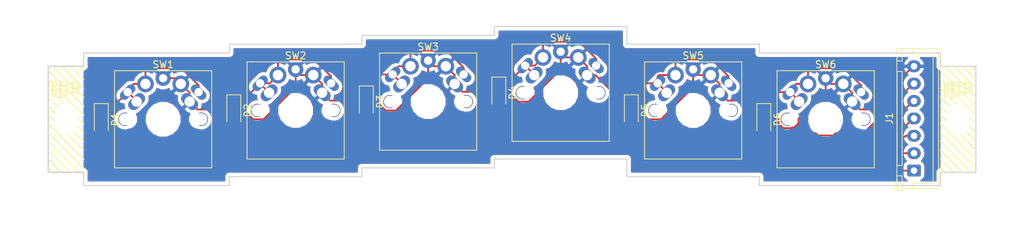
<source format=kicad_pcb>
(kicad_pcb (version 20171130) (host pcbnew 5.0.1)

  (general
    (thickness 1.6)
    (drawings 67)
    (tracks 191)
    (zones 0)
    (modules 19)
    (nets 14)
  )

  (page A4)
  (layers
    (0 F.Cu signal)
    (31 B.Cu signal)
    (32 B.Adhes user)
    (33 F.Adhes user)
    (34 B.Paste user)
    (35 F.Paste user)
    (36 B.SilkS user)
    (37 F.SilkS user)
    (38 B.Mask user)
    (39 F.Mask user)
    (40 Dwgs.User user)
    (41 Cmts.User user)
    (42 Eco1.User user)
    (43 Eco2.User user)
    (44 Edge.Cuts user)
    (45 Margin user)
    (46 B.CrtYd user)
    (47 F.CrtYd user)
    (48 B.Fab user)
    (49 F.Fab user)
  )

  (setup
    (last_trace_width 0.25)
    (trace_clearance 0.2)
    (zone_clearance 0.508)
    (zone_45_only no)
    (trace_min 0.2)
    (segment_width 0.2)
    (edge_width 0.15)
    (via_size 0.8)
    (via_drill 0.4)
    (via_min_size 0.4)
    (via_min_drill 0.3)
    (uvia_size 0.3)
    (uvia_drill 0.1)
    (uvias_allowed no)
    (uvia_min_size 0.2)
    (uvia_min_drill 0.1)
    (pcb_text_width 0.3)
    (pcb_text_size 1.5 1.5)
    (mod_edge_width 0.15)
    (mod_text_size 1 1)
    (mod_text_width 0.15)
    (pad_size 1.524 1.524)
    (pad_drill 0.762)
    (pad_to_mask_clearance 0.051)
    (solder_mask_min_width 0.25)
    (aux_axis_origin 0 0)
    (visible_elements FFFFFF7F)
    (pcbplotparams
      (layerselection 0x010fc_ffffffff)
      (usegerberextensions false)
      (usegerberattributes false)
      (usegerberadvancedattributes false)
      (creategerberjobfile false)
      (excludeedgelayer true)
      (linewidth 0.100000)
      (plotframeref false)
      (viasonmask false)
      (mode 1)
      (useauxorigin false)
      (hpglpennumber 1)
      (hpglpenspeed 20)
      (hpglpendiameter 15.000000)
      (psnegative false)
      (psa4output false)
      (plotreference true)
      (plotvalue true)
      (plotinvisibletext false)
      (padsonsilk false)
      (subtractmaskfromsilk false)
      (outputformat 1)
      (mirror false)
      (drillshape 1)
      (scaleselection 1)
      (outputdirectory ""))
  )

  (net 0 "")
  (net 1 /READ0)
  (net 2 "Net-(D1-Pad1)")
  (net 3 "Net-(D2-Pad1)")
  (net 4 /READ1)
  (net 5 "Net-(D3-Pad1)")
  (net 6 /READ2)
  (net 7 /READ3)
  (net 8 "Net-(D4-Pad1)")
  (net 9 "Net-(D5-Pad1)")
  (net 10 /READ4)
  (net 11 /READ5)
  (net 12 "Net-(D6-Pad1)")
  (net 13 /SELECT)

  (net_class Default "This is the default net class."
    (clearance 0.2)
    (trace_width 0.25)
    (via_dia 0.8)
    (via_drill 0.4)
    (uvia_dia 0.3)
    (uvia_drill 0.1)
    (add_net /READ0)
    (add_net /READ1)
    (add_net /READ2)
    (add_net /READ3)
    (add_net /READ4)
    (add_net /READ5)
    (add_net /SELECT)
    (add_net "Net-(D1-Pad1)")
    (add_net "Net-(D2-Pad1)")
    (add_net "Net-(D3-Pad1)")
    (add_net "Net-(D4-Pad1)")
    (add_net "Net-(D5-Pad1)")
    (add_net "Net-(D6-Pad1)")
  )

  (module Diode_SMD:D_SOD-123 (layer F.Cu) (tedit 58645DC7) (tstamp 5C7197E4)
    (at 104.14 66.04 270)
    (descr SOD-123)
    (tags SOD-123)
    (path /5C655B7D)
    (attr smd)
    (fp_text reference D1 (at 0 -2 270) (layer F.SilkS)
      (effects (font (size 1 1) (thickness 0.15)))
    )
    (fp_text value D (at 0 2.1 270) (layer F.Fab)
      (effects (font (size 1 1) (thickness 0.15)))
    )
    (fp_line (start -2.25 -1) (end 1.65 -1) (layer F.SilkS) (width 0.12))
    (fp_line (start -2.25 1) (end 1.65 1) (layer F.SilkS) (width 0.12))
    (fp_line (start -2.35 -1.15) (end -2.35 1.15) (layer F.CrtYd) (width 0.05))
    (fp_line (start 2.35 1.15) (end -2.35 1.15) (layer F.CrtYd) (width 0.05))
    (fp_line (start 2.35 -1.15) (end 2.35 1.15) (layer F.CrtYd) (width 0.05))
    (fp_line (start -2.35 -1.15) (end 2.35 -1.15) (layer F.CrtYd) (width 0.05))
    (fp_line (start -1.4 -0.9) (end 1.4 -0.9) (layer F.Fab) (width 0.1))
    (fp_line (start 1.4 -0.9) (end 1.4 0.9) (layer F.Fab) (width 0.1))
    (fp_line (start 1.4 0.9) (end -1.4 0.9) (layer F.Fab) (width 0.1))
    (fp_line (start -1.4 0.9) (end -1.4 -0.9) (layer F.Fab) (width 0.1))
    (fp_line (start -0.75 0) (end -0.35 0) (layer F.Fab) (width 0.1))
    (fp_line (start -0.35 0) (end -0.35 -0.55) (layer F.Fab) (width 0.1))
    (fp_line (start -0.35 0) (end -0.35 0.55) (layer F.Fab) (width 0.1))
    (fp_line (start -0.35 0) (end 0.25 -0.4) (layer F.Fab) (width 0.1))
    (fp_line (start 0.25 -0.4) (end 0.25 0.4) (layer F.Fab) (width 0.1))
    (fp_line (start 0.25 0.4) (end -0.35 0) (layer F.Fab) (width 0.1))
    (fp_line (start 0.25 0) (end 0.75 0) (layer F.Fab) (width 0.1))
    (fp_line (start -2.25 -1) (end -2.25 1) (layer F.SilkS) (width 0.12))
    (fp_text user %R (at 0 -2 270) (layer F.Fab)
      (effects (font (size 1 1) (thickness 0.15)))
    )
    (pad 2 smd rect (at 1.65 0 270) (size 0.9 1.2) (layers F.Cu F.Paste F.Mask)
      (net 1 /READ0))
    (pad 1 smd rect (at -1.65 0 270) (size 0.9 1.2) (layers F.Cu F.Paste F.Mask)
      (net 2 "Net-(D1-Pad1)"))
    (model ${KISYS3DMOD}/Diode_SMD.3dshapes/D_SOD-123.wrl
      (at (xyz 0 0 0))
      (scale (xyz 1 1 1))
      (rotate (xyz 0 0 0))
    )
  )

  (module Diode_SMD:D_SOD-123 (layer F.Cu) (tedit 58645DC7) (tstamp 5C7197FD)
    (at 123.19 64.77 270)
    (descr SOD-123)
    (tags SOD-123)
    (path /5C655A7E)
    (attr smd)
    (fp_text reference D2 (at 0 -2 270) (layer F.SilkS)
      (effects (font (size 1 1) (thickness 0.15)))
    )
    (fp_text value D (at 0 2.1 270) (layer F.Fab)
      (effects (font (size 1 1) (thickness 0.15)))
    )
    (fp_text user %R (at 0 -2 270) (layer F.Fab)
      (effects (font (size 1 1) (thickness 0.15)))
    )
    (fp_line (start -2.25 -1) (end -2.25 1) (layer F.SilkS) (width 0.12))
    (fp_line (start 0.25 0) (end 0.75 0) (layer F.Fab) (width 0.1))
    (fp_line (start 0.25 0.4) (end -0.35 0) (layer F.Fab) (width 0.1))
    (fp_line (start 0.25 -0.4) (end 0.25 0.4) (layer F.Fab) (width 0.1))
    (fp_line (start -0.35 0) (end 0.25 -0.4) (layer F.Fab) (width 0.1))
    (fp_line (start -0.35 0) (end -0.35 0.55) (layer F.Fab) (width 0.1))
    (fp_line (start -0.35 0) (end -0.35 -0.55) (layer F.Fab) (width 0.1))
    (fp_line (start -0.75 0) (end -0.35 0) (layer F.Fab) (width 0.1))
    (fp_line (start -1.4 0.9) (end -1.4 -0.9) (layer F.Fab) (width 0.1))
    (fp_line (start 1.4 0.9) (end -1.4 0.9) (layer F.Fab) (width 0.1))
    (fp_line (start 1.4 -0.9) (end 1.4 0.9) (layer F.Fab) (width 0.1))
    (fp_line (start -1.4 -0.9) (end 1.4 -0.9) (layer F.Fab) (width 0.1))
    (fp_line (start -2.35 -1.15) (end 2.35 -1.15) (layer F.CrtYd) (width 0.05))
    (fp_line (start 2.35 -1.15) (end 2.35 1.15) (layer F.CrtYd) (width 0.05))
    (fp_line (start 2.35 1.15) (end -2.35 1.15) (layer F.CrtYd) (width 0.05))
    (fp_line (start -2.35 -1.15) (end -2.35 1.15) (layer F.CrtYd) (width 0.05))
    (fp_line (start -2.25 1) (end 1.65 1) (layer F.SilkS) (width 0.12))
    (fp_line (start -2.25 -1) (end 1.65 -1) (layer F.SilkS) (width 0.12))
    (pad 1 smd rect (at -1.65 0 270) (size 0.9 1.2) (layers F.Cu F.Paste F.Mask)
      (net 3 "Net-(D2-Pad1)"))
    (pad 2 smd rect (at 1.65 0 270) (size 0.9 1.2) (layers F.Cu F.Paste F.Mask)
      (net 4 /READ1))
    (model ${KISYS3DMOD}/Diode_SMD.3dshapes/D_SOD-123.wrl
      (at (xyz 0 0 0))
      (scale (xyz 1 1 1))
      (rotate (xyz 0 0 0))
    )
  )

  (module Diode_SMD:D_SOD-123 (layer F.Cu) (tedit 58645DC7) (tstamp 5C719816)
    (at 142.24 63.5 270)
    (descr SOD-123)
    (tags SOD-123)
    (path /5C655CE4)
    (attr smd)
    (fp_text reference D3 (at 0 -2 270) (layer F.SilkS)
      (effects (font (size 1 1) (thickness 0.15)))
    )
    (fp_text value D (at 0 2.1 270) (layer F.Fab)
      (effects (font (size 1 1) (thickness 0.15)))
    )
    (fp_text user %R (at 0 -2 270) (layer F.Fab)
      (effects (font (size 1 1) (thickness 0.15)))
    )
    (fp_line (start -2.25 -1) (end -2.25 1) (layer F.SilkS) (width 0.12))
    (fp_line (start 0.25 0) (end 0.75 0) (layer F.Fab) (width 0.1))
    (fp_line (start 0.25 0.4) (end -0.35 0) (layer F.Fab) (width 0.1))
    (fp_line (start 0.25 -0.4) (end 0.25 0.4) (layer F.Fab) (width 0.1))
    (fp_line (start -0.35 0) (end 0.25 -0.4) (layer F.Fab) (width 0.1))
    (fp_line (start -0.35 0) (end -0.35 0.55) (layer F.Fab) (width 0.1))
    (fp_line (start -0.35 0) (end -0.35 -0.55) (layer F.Fab) (width 0.1))
    (fp_line (start -0.75 0) (end -0.35 0) (layer F.Fab) (width 0.1))
    (fp_line (start -1.4 0.9) (end -1.4 -0.9) (layer F.Fab) (width 0.1))
    (fp_line (start 1.4 0.9) (end -1.4 0.9) (layer F.Fab) (width 0.1))
    (fp_line (start 1.4 -0.9) (end 1.4 0.9) (layer F.Fab) (width 0.1))
    (fp_line (start -1.4 -0.9) (end 1.4 -0.9) (layer F.Fab) (width 0.1))
    (fp_line (start -2.35 -1.15) (end 2.35 -1.15) (layer F.CrtYd) (width 0.05))
    (fp_line (start 2.35 -1.15) (end 2.35 1.15) (layer F.CrtYd) (width 0.05))
    (fp_line (start 2.35 1.15) (end -2.35 1.15) (layer F.CrtYd) (width 0.05))
    (fp_line (start -2.35 -1.15) (end -2.35 1.15) (layer F.CrtYd) (width 0.05))
    (fp_line (start -2.25 1) (end 1.65 1) (layer F.SilkS) (width 0.12))
    (fp_line (start -2.25 -1) (end 1.65 -1) (layer F.SilkS) (width 0.12))
    (pad 1 smd rect (at -1.65 0 270) (size 0.9 1.2) (layers F.Cu F.Paste F.Mask)
      (net 5 "Net-(D3-Pad1)"))
    (pad 2 smd rect (at 1.65 0 270) (size 0.9 1.2) (layers F.Cu F.Paste F.Mask)
      (net 6 /READ2))
    (model ${KISYS3DMOD}/Diode_SMD.3dshapes/D_SOD-123.wrl
      (at (xyz 0 0 0))
      (scale (xyz 1 1 1))
      (rotate (xyz 0 0 0))
    )
  )

  (module Diode_SMD:D_SOD-123 (layer F.Cu) (tedit 58645DC7) (tstamp 5C71982F)
    (at 161.29 62.23 270)
    (descr SOD-123)
    (tags SOD-123)
    (path /5C655DC6)
    (attr smd)
    (fp_text reference D4 (at 0 -2 270) (layer F.SilkS)
      (effects (font (size 1 1) (thickness 0.15)))
    )
    (fp_text value D (at 0 2.1 270) (layer F.Fab)
      (effects (font (size 1 1) (thickness 0.15)))
    )
    (fp_line (start -2.25 -1) (end 1.65 -1) (layer F.SilkS) (width 0.12))
    (fp_line (start -2.25 1) (end 1.65 1) (layer F.SilkS) (width 0.12))
    (fp_line (start -2.35 -1.15) (end -2.35 1.15) (layer F.CrtYd) (width 0.05))
    (fp_line (start 2.35 1.15) (end -2.35 1.15) (layer F.CrtYd) (width 0.05))
    (fp_line (start 2.35 -1.15) (end 2.35 1.15) (layer F.CrtYd) (width 0.05))
    (fp_line (start -2.35 -1.15) (end 2.35 -1.15) (layer F.CrtYd) (width 0.05))
    (fp_line (start -1.4 -0.9) (end 1.4 -0.9) (layer F.Fab) (width 0.1))
    (fp_line (start 1.4 -0.9) (end 1.4 0.9) (layer F.Fab) (width 0.1))
    (fp_line (start 1.4 0.9) (end -1.4 0.9) (layer F.Fab) (width 0.1))
    (fp_line (start -1.4 0.9) (end -1.4 -0.9) (layer F.Fab) (width 0.1))
    (fp_line (start -0.75 0) (end -0.35 0) (layer F.Fab) (width 0.1))
    (fp_line (start -0.35 0) (end -0.35 -0.55) (layer F.Fab) (width 0.1))
    (fp_line (start -0.35 0) (end -0.35 0.55) (layer F.Fab) (width 0.1))
    (fp_line (start -0.35 0) (end 0.25 -0.4) (layer F.Fab) (width 0.1))
    (fp_line (start 0.25 -0.4) (end 0.25 0.4) (layer F.Fab) (width 0.1))
    (fp_line (start 0.25 0.4) (end -0.35 0) (layer F.Fab) (width 0.1))
    (fp_line (start 0.25 0) (end 0.75 0) (layer F.Fab) (width 0.1))
    (fp_line (start -2.25 -1) (end -2.25 1) (layer F.SilkS) (width 0.12))
    (fp_text user %R (at 0 -2 270) (layer F.Fab)
      (effects (font (size 1 1) (thickness 0.15)))
    )
    (pad 2 smd rect (at 1.65 0 270) (size 0.9 1.2) (layers F.Cu F.Paste F.Mask)
      (net 7 /READ3))
    (pad 1 smd rect (at -1.65 0 270) (size 0.9 1.2) (layers F.Cu F.Paste F.Mask)
      (net 8 "Net-(D4-Pad1)"))
    (model ${KISYS3DMOD}/Diode_SMD.3dshapes/D_SOD-123.wrl
      (at (xyz 0 0 0))
      (scale (xyz 1 1 1))
      (rotate (xyz 0 0 0))
    )
  )

  (module Diode_SMD:D_SOD-123 (layer F.Cu) (tedit 58645DC7) (tstamp 5C719848)
    (at 180.34 64.77 270)
    (descr SOD-123)
    (tags SOD-123)
    (path /5C6562DC)
    (attr smd)
    (fp_text reference D5 (at 0 -2 270) (layer F.SilkS)
      (effects (font (size 1 1) (thickness 0.15)))
    )
    (fp_text value D (at 0 2.1 270) (layer F.Fab)
      (effects (font (size 1 1) (thickness 0.15)))
    )
    (fp_text user %R (at 0 -2 270) (layer F.Fab)
      (effects (font (size 1 1) (thickness 0.15)))
    )
    (fp_line (start -2.25 -1) (end -2.25 1) (layer F.SilkS) (width 0.12))
    (fp_line (start 0.25 0) (end 0.75 0) (layer F.Fab) (width 0.1))
    (fp_line (start 0.25 0.4) (end -0.35 0) (layer F.Fab) (width 0.1))
    (fp_line (start 0.25 -0.4) (end 0.25 0.4) (layer F.Fab) (width 0.1))
    (fp_line (start -0.35 0) (end 0.25 -0.4) (layer F.Fab) (width 0.1))
    (fp_line (start -0.35 0) (end -0.35 0.55) (layer F.Fab) (width 0.1))
    (fp_line (start -0.35 0) (end -0.35 -0.55) (layer F.Fab) (width 0.1))
    (fp_line (start -0.75 0) (end -0.35 0) (layer F.Fab) (width 0.1))
    (fp_line (start -1.4 0.9) (end -1.4 -0.9) (layer F.Fab) (width 0.1))
    (fp_line (start 1.4 0.9) (end -1.4 0.9) (layer F.Fab) (width 0.1))
    (fp_line (start 1.4 -0.9) (end 1.4 0.9) (layer F.Fab) (width 0.1))
    (fp_line (start -1.4 -0.9) (end 1.4 -0.9) (layer F.Fab) (width 0.1))
    (fp_line (start -2.35 -1.15) (end 2.35 -1.15) (layer F.CrtYd) (width 0.05))
    (fp_line (start 2.35 -1.15) (end 2.35 1.15) (layer F.CrtYd) (width 0.05))
    (fp_line (start 2.35 1.15) (end -2.35 1.15) (layer F.CrtYd) (width 0.05))
    (fp_line (start -2.35 -1.15) (end -2.35 1.15) (layer F.CrtYd) (width 0.05))
    (fp_line (start -2.25 1) (end 1.65 1) (layer F.SilkS) (width 0.12))
    (fp_line (start -2.25 -1) (end 1.65 -1) (layer F.SilkS) (width 0.12))
    (pad 1 smd rect (at -1.65 0 270) (size 0.9 1.2) (layers F.Cu F.Paste F.Mask)
      (net 9 "Net-(D5-Pad1)"))
    (pad 2 smd rect (at 1.65 0 270) (size 0.9 1.2) (layers F.Cu F.Paste F.Mask)
      (net 10 /READ4))
    (model ${KISYS3DMOD}/Diode_SMD.3dshapes/D_SOD-123.wrl
      (at (xyz 0 0 0))
      (scale (xyz 1 1 1))
      (rotate (xyz 0 0 0))
    )
  )

  (module Diode_SMD:D_SOD-123 (layer F.Cu) (tedit 58645DC7) (tstamp 5C71A25C)
    (at 199.39 66.04 270)
    (descr SOD-123)
    (tags SOD-123)
    (path /5C6562E2)
    (attr smd)
    (fp_text reference D6 (at 0 -2 270) (layer F.SilkS)
      (effects (font (size 1 1) (thickness 0.15)))
    )
    (fp_text value D (at 0 2.1 270) (layer F.Fab)
      (effects (font (size 1 1) (thickness 0.15)))
    )
    (fp_line (start -2.25 -1) (end 1.65 -1) (layer F.SilkS) (width 0.12))
    (fp_line (start -2.25 1) (end 1.65 1) (layer F.SilkS) (width 0.12))
    (fp_line (start -2.35 -1.15) (end -2.35 1.15) (layer F.CrtYd) (width 0.05))
    (fp_line (start 2.35 1.15) (end -2.35 1.15) (layer F.CrtYd) (width 0.05))
    (fp_line (start 2.35 -1.15) (end 2.35 1.15) (layer F.CrtYd) (width 0.05))
    (fp_line (start -2.35 -1.15) (end 2.35 -1.15) (layer F.CrtYd) (width 0.05))
    (fp_line (start -1.4 -0.9) (end 1.4 -0.9) (layer F.Fab) (width 0.1))
    (fp_line (start 1.4 -0.9) (end 1.4 0.9) (layer F.Fab) (width 0.1))
    (fp_line (start 1.4 0.9) (end -1.4 0.9) (layer F.Fab) (width 0.1))
    (fp_line (start -1.4 0.9) (end -1.4 -0.9) (layer F.Fab) (width 0.1))
    (fp_line (start -0.75 0) (end -0.35 0) (layer F.Fab) (width 0.1))
    (fp_line (start -0.35 0) (end -0.35 -0.55) (layer F.Fab) (width 0.1))
    (fp_line (start -0.35 0) (end -0.35 0.55) (layer F.Fab) (width 0.1))
    (fp_line (start -0.35 0) (end 0.25 -0.4) (layer F.Fab) (width 0.1))
    (fp_line (start 0.25 -0.4) (end 0.25 0.4) (layer F.Fab) (width 0.1))
    (fp_line (start 0.25 0.4) (end -0.35 0) (layer F.Fab) (width 0.1))
    (fp_line (start 0.25 0) (end 0.75 0) (layer F.Fab) (width 0.1))
    (fp_line (start -2.25 -1) (end -2.25 1) (layer F.SilkS) (width 0.12))
    (fp_text user %R (at 0 -2 270) (layer F.Fab)
      (effects (font (size 1 1) (thickness 0.15)))
    )
    (pad 2 smd rect (at 1.65 0 270) (size 0.9 1.2) (layers F.Cu F.Paste F.Mask)
      (net 11 /READ5))
    (pad 1 smd rect (at -1.65 0 270) (size 0.9 1.2) (layers F.Cu F.Paste F.Mask)
      (net 12 "Net-(D6-Pad1)"))
    (model ${KISYS3DMOD}/Diode_SMD.3dshapes/D_SOD-123.wrl
      (at (xyz 0 0 0))
      (scale (xyz 1 1 1))
      (rotate (xyz 0 0 0))
    )
  )

  (module Connector_JST:JST_XH_B07B-XH-A_1x07_P2.50mm_Vertical (layer F.Cu) (tedit 5B7754C5) (tstamp 5CB36322)
    (at 220.98 73.42 90)
    (descr "JST XH series connector, B07B-XH-A (http://www.jst-mfg.com/product/pdf/eng/eXH.pdf), generated with kicad-footprint-generator")
    (tags "connector JST XH side entry")
    (path /5C656E3F)
    (fp_text reference J1 (at 7.5 -3.55 90) (layer F.SilkS)
      (effects (font (size 1 1) (thickness 0.15)))
    )
    (fp_text value INTERFACE (at 7.5 4.6 90) (layer F.Fab)
      (effects (font (size 1 1) (thickness 0.15)))
    )
    (fp_line (start -2.45 -2.35) (end -2.45 3.4) (layer F.Fab) (width 0.1))
    (fp_line (start -2.45 3.4) (end 17.45 3.4) (layer F.Fab) (width 0.1))
    (fp_line (start 17.45 3.4) (end 17.45 -2.35) (layer F.Fab) (width 0.1))
    (fp_line (start 17.45 -2.35) (end -2.45 -2.35) (layer F.Fab) (width 0.1))
    (fp_line (start -2.56 -2.46) (end -2.56 3.51) (layer F.SilkS) (width 0.12))
    (fp_line (start -2.56 3.51) (end 17.56 3.51) (layer F.SilkS) (width 0.12))
    (fp_line (start 17.56 3.51) (end 17.56 -2.46) (layer F.SilkS) (width 0.12))
    (fp_line (start 17.56 -2.46) (end -2.56 -2.46) (layer F.SilkS) (width 0.12))
    (fp_line (start -2.95 -2.85) (end -2.95 3.9) (layer F.CrtYd) (width 0.05))
    (fp_line (start -2.95 3.9) (end 17.95 3.9) (layer F.CrtYd) (width 0.05))
    (fp_line (start 17.95 3.9) (end 17.95 -2.85) (layer F.CrtYd) (width 0.05))
    (fp_line (start 17.95 -2.85) (end -2.95 -2.85) (layer F.CrtYd) (width 0.05))
    (fp_line (start -0.625 -2.35) (end 0 -1.35) (layer F.Fab) (width 0.1))
    (fp_line (start 0 -1.35) (end 0.625 -2.35) (layer F.Fab) (width 0.1))
    (fp_line (start 0.75 -2.45) (end 0.75 -1.7) (layer F.SilkS) (width 0.12))
    (fp_line (start 0.75 -1.7) (end 14.25 -1.7) (layer F.SilkS) (width 0.12))
    (fp_line (start 14.25 -1.7) (end 14.25 -2.45) (layer F.SilkS) (width 0.12))
    (fp_line (start 14.25 -2.45) (end 0.75 -2.45) (layer F.SilkS) (width 0.12))
    (fp_line (start -2.55 -2.45) (end -2.55 -1.7) (layer F.SilkS) (width 0.12))
    (fp_line (start -2.55 -1.7) (end -0.75 -1.7) (layer F.SilkS) (width 0.12))
    (fp_line (start -0.75 -1.7) (end -0.75 -2.45) (layer F.SilkS) (width 0.12))
    (fp_line (start -0.75 -2.45) (end -2.55 -2.45) (layer F.SilkS) (width 0.12))
    (fp_line (start 15.75 -2.45) (end 15.75 -1.7) (layer F.SilkS) (width 0.12))
    (fp_line (start 15.75 -1.7) (end 17.55 -1.7) (layer F.SilkS) (width 0.12))
    (fp_line (start 17.55 -1.7) (end 17.55 -2.45) (layer F.SilkS) (width 0.12))
    (fp_line (start 17.55 -2.45) (end 15.75 -2.45) (layer F.SilkS) (width 0.12))
    (fp_line (start -2.55 -0.2) (end -1.8 -0.2) (layer F.SilkS) (width 0.12))
    (fp_line (start -1.8 -0.2) (end -1.8 2.75) (layer F.SilkS) (width 0.12))
    (fp_line (start -1.8 2.75) (end 7.5 2.75) (layer F.SilkS) (width 0.12))
    (fp_line (start 17.55 -0.2) (end 16.8 -0.2) (layer F.SilkS) (width 0.12))
    (fp_line (start 16.8 -0.2) (end 16.8 2.75) (layer F.SilkS) (width 0.12))
    (fp_line (start 16.8 2.75) (end 7.5 2.75) (layer F.SilkS) (width 0.12))
    (fp_line (start -1.6 -2.75) (end -2.85 -2.75) (layer F.SilkS) (width 0.12))
    (fp_line (start -2.85 -2.75) (end -2.85 -1.5) (layer F.SilkS) (width 0.12))
    (fp_text user %R (at 7.5 2.7 90) (layer F.Fab)
      (effects (font (size 1 1) (thickness 0.15)))
    )
    (pad 1 thru_hole roundrect (at 0 0 90) (size 1.7 1.95) (drill 0.95) (layers *.Cu *.Mask) (roundrect_rratio 0.147059)
      (net 1 /READ0))
    (pad 2 thru_hole oval (at 2.5 0 90) (size 1.7 1.95) (drill 0.95) (layers *.Cu *.Mask)
      (net 4 /READ1))
    (pad 3 thru_hole oval (at 5 0 90) (size 1.7 1.95) (drill 0.95) (layers *.Cu *.Mask)
      (net 6 /READ2))
    (pad 4 thru_hole oval (at 7.5 0 90) (size 1.7 1.95) (drill 0.95) (layers *.Cu *.Mask)
      (net 7 /READ3))
    (pad 5 thru_hole oval (at 10 0 90) (size 1.7 1.95) (drill 0.95) (layers *.Cu *.Mask)
      (net 10 /READ4))
    (pad 6 thru_hole oval (at 12.5 0 90) (size 1.7 1.95) (drill 0.95) (layers *.Cu *.Mask)
      (net 11 /READ5))
    (pad 7 thru_hole oval (at 15 0 90) (size 1.7 1.95) (drill 0.95) (layers *.Cu *.Mask)
      (net 13 /SELECT))
    (model ${KISYS3DMOD}/Connector_JST.3dshapes/JST_XH_B07B-XH-A_1x07_P2.50mm_Vertical.wrl
      (at (xyz 0 0 0))
      (scale (xyz 1 1 1))
      (rotate (xyz 0 0 0))
    )
  )

  (module folivora:SW_Cherry_MX1A_1.00u_PCB (layer F.Cu) (tedit 5C66562E) (tstamp 5CB36E3D)
    (at 113.03 66.04)
    (descr "Cherry MX keyswitch, MX1A, 1.00u, PCB mount, http://cherryamericas.com/wp-content/uploads/2014/12/mx_cat.pdf")
    (tags "cherry mx keyswitch MX1A 1.00u PCB")
    (path /5C65585C)
    (fp_text reference SW1 (at 0 -7.874) (layer F.SilkS)
      (effects (font (size 1 1) (thickness 0.15)))
    )
    (fp_text value K0 (at 0 7.874) (layer F.Fab)
      (effects (font (size 1 1) (thickness 0.15)))
    )
    (fp_line (start -6.985 6.985) (end -6.985 -6.985) (layer F.SilkS) (width 0.12))
    (fp_line (start 6.985 6.985) (end -6.985 6.985) (layer F.SilkS) (width 0.12))
    (fp_line (start 6.985 -6.985) (end 6.985 6.985) (layer F.SilkS) (width 0.12))
    (fp_line (start -6.985 -6.985) (end 6.985 -6.985) (layer F.SilkS) (width 0.12))
    (fp_line (start -9.525 9.525) (end -9.525 -9.525) (layer Dwgs.User) (width 0.15))
    (fp_line (start 9.525 9.525) (end -9.525 9.525) (layer Dwgs.User) (width 0.15))
    (fp_line (start 9.525 -9.525) (end 9.525 9.525) (layer Dwgs.User) (width 0.15))
    (fp_line (start -9.525 -9.525) (end 9.525 -9.525) (layer Dwgs.User) (width 0.15))
    (fp_line (start -6.6 -6.6) (end 6.6 -6.6) (layer F.CrtYd) (width 0.05))
    (fp_line (start 6.6 -6.6) (end 6.6 6.6) (layer F.CrtYd) (width 0.05))
    (fp_line (start 6.6 6.6) (end -6.6 6.6) (layer F.CrtYd) (width 0.05))
    (fp_line (start -6.6 6.6) (end -6.6 -6.6) (layer F.CrtYd) (width 0.05))
    (fp_line (start -6.35 6.35) (end -6.35 -6.35) (layer F.Fab) (width 0.15))
    (fp_line (start 6.35 6.35) (end -6.35 6.35) (layer F.Fab) (width 0.15))
    (fp_line (start 6.35 -6.35) (end 6.35 6.35) (layer F.Fab) (width 0.15))
    (fp_line (start -6.35 -6.35) (end 6.35 -6.35) (layer F.Fab) (width 0.15))
    (fp_text user %R (at 0 -7.874) (layer F.Fab)
      (effects (font (size 1 1) (thickness 0.15)))
    )
    (pad 1 thru_hole oval (at 5.1 -3.9 45) (size 1.25 2.6) (drill 1.2) (layers *.Cu *.Mask)
      (net 2 "Net-(D1-Pad1)"))
    (pad 1 thru_hole oval (at -5.1 -3.9 315) (size 1.25 2.6) (drill 1.2) (layers *.Cu *.Mask)
      (net 2 "Net-(D1-Pad1)"))
    (pad "" np_thru_hole circle (at 5.5 0) (size 1.9 1.9) (drill 1.7) (layers *.Cu *.Mask))
    (pad "" np_thru_hole circle (at -5.5 0) (size 1.9 1.9) (drill 1.7) (layers *.Cu *.Mask))
    (pad 2 thru_hole circle (at 0 -5.9) (size 2.2 2.2) (drill 1.2) (layers *.Cu *.Mask)
      (net 13 /SELECT))
    (pad 2 thru_hole oval (at 3.81 -2.54 45) (size 1.55 2.8) (drill 1.5) (layers *.Cu *.Mask)
      (net 13 /SELECT))
    (pad 1 thru_hole circle (at -2.54 -5.08) (size 2.4 2.4) (drill 1.5) (layers *.Cu *.Mask)
      (net 2 "Net-(D1-Pad1)"))
    (pad "" np_thru_hole circle (at 5.08 0) (size 1.7 1.7) (drill 1.7) (layers *.Cu *.Mask))
    (pad "" np_thru_hole circle (at -5.08 0) (size 1.7 1.7) (drill 1.7) (layers *.Cu *.Mask))
    (pad "" np_thru_hole circle (at 0 0) (size 4 4) (drill 4) (layers *.Cu *.Mask))
    (pad 1 thru_hole oval (at -3.81 -2.54 315) (size 1.55 2.8) (drill 1.5) (layers *.Cu *.Mask)
      (net 2 "Net-(D1-Pad1)"))
    (pad 2 thru_hole circle (at 2.54 -5.08) (size 2.4 2.4) (drill 1.5) (layers *.Cu *.Mask)
      (net 13 /SELECT))
    (model ${KISYS3DMOD}/Button_Switch_Keyboard.3dshapes/SW_Cherry_MX1A_1.00u_PCB.wrl
      (at (xyz 0 0 0))
      (scale (xyz 1 1 1))
      (rotate (xyz 0 0 0))
    )
  )

  (module folivora:SW_Cherry_MX1A_1.00u_PCB (layer F.Cu) (tedit 5C66562E) (tstamp 5CB36BF6)
    (at 132.08 64.77)
    (descr "Cherry MX keyswitch, MX1A, 1.00u, PCB mount, http://cherryamericas.com/wp-content/uploads/2014/12/mx_cat.pdf")
    (tags "cherry mx keyswitch MX1A 1.00u PCB")
    (path /5C655737)
    (fp_text reference SW2 (at 0 -7.874) (layer F.SilkS)
      (effects (font (size 1 1) (thickness 0.15)))
    )
    (fp_text value K1 (at 0 7.874) (layer F.Fab)
      (effects (font (size 1 1) (thickness 0.15)))
    )
    (fp_line (start -6.985 6.985) (end -6.985 -6.985) (layer F.SilkS) (width 0.12))
    (fp_line (start 6.985 6.985) (end -6.985 6.985) (layer F.SilkS) (width 0.12))
    (fp_line (start 6.985 -6.985) (end 6.985 6.985) (layer F.SilkS) (width 0.12))
    (fp_line (start -6.985 -6.985) (end 6.985 -6.985) (layer F.SilkS) (width 0.12))
    (fp_line (start -9.525 9.525) (end -9.525 -9.525) (layer Dwgs.User) (width 0.15))
    (fp_line (start 9.525 9.525) (end -9.525 9.525) (layer Dwgs.User) (width 0.15))
    (fp_line (start 9.525 -9.525) (end 9.525 9.525) (layer Dwgs.User) (width 0.15))
    (fp_line (start -9.525 -9.525) (end 9.525 -9.525) (layer Dwgs.User) (width 0.15))
    (fp_line (start -6.6 -6.6) (end 6.6 -6.6) (layer F.CrtYd) (width 0.05))
    (fp_line (start 6.6 -6.6) (end 6.6 6.6) (layer F.CrtYd) (width 0.05))
    (fp_line (start 6.6 6.6) (end -6.6 6.6) (layer F.CrtYd) (width 0.05))
    (fp_line (start -6.6 6.6) (end -6.6 -6.6) (layer F.CrtYd) (width 0.05))
    (fp_line (start -6.35 6.35) (end -6.35 -6.35) (layer F.Fab) (width 0.15))
    (fp_line (start 6.35 6.35) (end -6.35 6.35) (layer F.Fab) (width 0.15))
    (fp_line (start 6.35 -6.35) (end 6.35 6.35) (layer F.Fab) (width 0.15))
    (fp_line (start -6.35 -6.35) (end 6.35 -6.35) (layer F.Fab) (width 0.15))
    (fp_text user %R (at 0 -7.874) (layer F.Fab)
      (effects (font (size 1 1) (thickness 0.15)))
    )
    (pad 1 thru_hole oval (at 5.1 -3.9 45) (size 1.25 2.6) (drill 1.2) (layers *.Cu *.Mask)
      (net 3 "Net-(D2-Pad1)"))
    (pad 1 thru_hole oval (at -5.1 -3.9 315) (size 1.25 2.6) (drill 1.2) (layers *.Cu *.Mask)
      (net 3 "Net-(D2-Pad1)"))
    (pad "" np_thru_hole circle (at 5.5 0) (size 1.9 1.9) (drill 1.7) (layers *.Cu *.Mask))
    (pad "" np_thru_hole circle (at -5.5 0) (size 1.9 1.9) (drill 1.7) (layers *.Cu *.Mask))
    (pad 2 thru_hole circle (at 0 -5.9) (size 2.2 2.2) (drill 1.2) (layers *.Cu *.Mask)
      (net 13 /SELECT))
    (pad 2 thru_hole oval (at 3.81 -2.54 45) (size 1.55 2.8) (drill 1.5) (layers *.Cu *.Mask)
      (net 13 /SELECT))
    (pad 1 thru_hole circle (at -2.54 -5.08) (size 2.4 2.4) (drill 1.5) (layers *.Cu *.Mask)
      (net 3 "Net-(D2-Pad1)"))
    (pad "" np_thru_hole circle (at 5.08 0) (size 1.7 1.7) (drill 1.7) (layers *.Cu *.Mask))
    (pad "" np_thru_hole circle (at -5.08 0) (size 1.7 1.7) (drill 1.7) (layers *.Cu *.Mask))
    (pad "" np_thru_hole circle (at 0 0) (size 4 4) (drill 4) (layers *.Cu *.Mask))
    (pad 1 thru_hole oval (at -3.81 -2.54 315) (size 1.55 2.8) (drill 1.5) (layers *.Cu *.Mask)
      (net 3 "Net-(D2-Pad1)"))
    (pad 2 thru_hole circle (at 2.54 -5.08) (size 2.4 2.4) (drill 1.5) (layers *.Cu *.Mask)
      (net 13 /SELECT))
    (model ${KISYS3DMOD}/Button_Switch_Keyboard.3dshapes/SW_Cherry_MX1A_1.00u_PCB.wrl
      (at (xyz 0 0 0))
      (scale (xyz 1 1 1))
      (rotate (xyz 0 0 0))
    )
  )

  (module folivora:SW_Cherry_MX1A_1.00u_PCB (layer F.Cu) (tedit 5C66562E) (tstamp 5CB36C17)
    (at 151.13 63.5)
    (descr "Cherry MX keyswitch, MX1A, 1.00u, PCB mount, http://cherryamericas.com/wp-content/uploads/2014/12/mx_cat.pdf")
    (tags "cherry mx keyswitch MX1A 1.00u PCB")
    (path /5C6557BF)
    (fp_text reference SW3 (at 0 -7.874) (layer F.SilkS)
      (effects (font (size 1 1) (thickness 0.15)))
    )
    (fp_text value K2 (at 0 7.874) (layer F.Fab)
      (effects (font (size 1 1) (thickness 0.15)))
    )
    (fp_text user %R (at 0 -7.874) (layer F.Fab)
      (effects (font (size 1 1) (thickness 0.15)))
    )
    (fp_line (start -6.35 -6.35) (end 6.35 -6.35) (layer F.Fab) (width 0.15))
    (fp_line (start 6.35 -6.35) (end 6.35 6.35) (layer F.Fab) (width 0.15))
    (fp_line (start 6.35 6.35) (end -6.35 6.35) (layer F.Fab) (width 0.15))
    (fp_line (start -6.35 6.35) (end -6.35 -6.35) (layer F.Fab) (width 0.15))
    (fp_line (start -6.6 6.6) (end -6.6 -6.6) (layer F.CrtYd) (width 0.05))
    (fp_line (start 6.6 6.6) (end -6.6 6.6) (layer F.CrtYd) (width 0.05))
    (fp_line (start 6.6 -6.6) (end 6.6 6.6) (layer F.CrtYd) (width 0.05))
    (fp_line (start -6.6 -6.6) (end 6.6 -6.6) (layer F.CrtYd) (width 0.05))
    (fp_line (start -9.525 -9.525) (end 9.525 -9.525) (layer Dwgs.User) (width 0.15))
    (fp_line (start 9.525 -9.525) (end 9.525 9.525) (layer Dwgs.User) (width 0.15))
    (fp_line (start 9.525 9.525) (end -9.525 9.525) (layer Dwgs.User) (width 0.15))
    (fp_line (start -9.525 9.525) (end -9.525 -9.525) (layer Dwgs.User) (width 0.15))
    (fp_line (start -6.985 -6.985) (end 6.985 -6.985) (layer F.SilkS) (width 0.12))
    (fp_line (start 6.985 -6.985) (end 6.985 6.985) (layer F.SilkS) (width 0.12))
    (fp_line (start 6.985 6.985) (end -6.985 6.985) (layer F.SilkS) (width 0.12))
    (fp_line (start -6.985 6.985) (end -6.985 -6.985) (layer F.SilkS) (width 0.12))
    (pad 2 thru_hole circle (at 2.54 -5.08) (size 2.4 2.4) (drill 1.5) (layers *.Cu *.Mask)
      (net 13 /SELECT))
    (pad 1 thru_hole oval (at -3.81 -2.54 315) (size 1.55 2.8) (drill 1.5) (layers *.Cu *.Mask)
      (net 5 "Net-(D3-Pad1)"))
    (pad "" np_thru_hole circle (at 0 0) (size 4 4) (drill 4) (layers *.Cu *.Mask))
    (pad "" np_thru_hole circle (at -5.08 0) (size 1.7 1.7) (drill 1.7) (layers *.Cu *.Mask))
    (pad "" np_thru_hole circle (at 5.08 0) (size 1.7 1.7) (drill 1.7) (layers *.Cu *.Mask))
    (pad 1 thru_hole circle (at -2.54 -5.08) (size 2.4 2.4) (drill 1.5) (layers *.Cu *.Mask)
      (net 5 "Net-(D3-Pad1)"))
    (pad 2 thru_hole oval (at 3.81 -2.54 45) (size 1.55 2.8) (drill 1.5) (layers *.Cu *.Mask)
      (net 13 /SELECT))
    (pad 2 thru_hole circle (at 0 -5.9) (size 2.2 2.2) (drill 1.2) (layers *.Cu *.Mask)
      (net 13 /SELECT))
    (pad "" np_thru_hole circle (at -5.5 0) (size 1.9 1.9) (drill 1.7) (layers *.Cu *.Mask))
    (pad "" np_thru_hole circle (at 5.5 0) (size 1.9 1.9) (drill 1.7) (layers *.Cu *.Mask))
    (pad 1 thru_hole oval (at -5.1 -3.9 315) (size 1.25 2.6) (drill 1.2) (layers *.Cu *.Mask)
      (net 5 "Net-(D3-Pad1)"))
    (pad 1 thru_hole oval (at 5.1 -3.9 45) (size 1.25 2.6) (drill 1.2) (layers *.Cu *.Mask)
      (net 5 "Net-(D3-Pad1)"))
    (model ${KISYS3DMOD}/Button_Switch_Keyboard.3dshapes/SW_Cherry_MX1A_1.00u_PCB.wrl
      (at (xyz 0 0 0))
      (scale (xyz 1 1 1))
      (rotate (xyz 0 0 0))
    )
  )

  (module folivora:SW_Cherry_MX1A_1.00u_PCB (layer F.Cu) (tedit 5C66562E) (tstamp 5CB36C38)
    (at 170.18 62.23)
    (descr "Cherry MX keyswitch, MX1A, 1.00u, PCB mount, http://cherryamericas.com/wp-content/uploads/2014/12/mx_cat.pdf")
    (tags "cherry mx keyswitch MX1A 1.00u PCB")
    (path /5C6559A1)
    (fp_text reference SW4 (at 0 -7.874) (layer F.SilkS)
      (effects (font (size 1 1) (thickness 0.15)))
    )
    (fp_text value K3 (at 0 7.874) (layer F.Fab)
      (effects (font (size 1 1) (thickness 0.15)))
    )
    (fp_text user %R (at 0 -7.874) (layer F.Fab)
      (effects (font (size 1 1) (thickness 0.15)))
    )
    (fp_line (start -6.35 -6.35) (end 6.35 -6.35) (layer F.Fab) (width 0.15))
    (fp_line (start 6.35 -6.35) (end 6.35 6.35) (layer F.Fab) (width 0.15))
    (fp_line (start 6.35 6.35) (end -6.35 6.35) (layer F.Fab) (width 0.15))
    (fp_line (start -6.35 6.35) (end -6.35 -6.35) (layer F.Fab) (width 0.15))
    (fp_line (start -6.6 6.6) (end -6.6 -6.6) (layer F.CrtYd) (width 0.05))
    (fp_line (start 6.6 6.6) (end -6.6 6.6) (layer F.CrtYd) (width 0.05))
    (fp_line (start 6.6 -6.6) (end 6.6 6.6) (layer F.CrtYd) (width 0.05))
    (fp_line (start -6.6 -6.6) (end 6.6 -6.6) (layer F.CrtYd) (width 0.05))
    (fp_line (start -9.525 -9.525) (end 9.525 -9.525) (layer Dwgs.User) (width 0.15))
    (fp_line (start 9.525 -9.525) (end 9.525 9.525) (layer Dwgs.User) (width 0.15))
    (fp_line (start 9.525 9.525) (end -9.525 9.525) (layer Dwgs.User) (width 0.15))
    (fp_line (start -9.525 9.525) (end -9.525 -9.525) (layer Dwgs.User) (width 0.15))
    (fp_line (start -6.985 -6.985) (end 6.985 -6.985) (layer F.SilkS) (width 0.12))
    (fp_line (start 6.985 -6.985) (end 6.985 6.985) (layer F.SilkS) (width 0.12))
    (fp_line (start 6.985 6.985) (end -6.985 6.985) (layer F.SilkS) (width 0.12))
    (fp_line (start -6.985 6.985) (end -6.985 -6.985) (layer F.SilkS) (width 0.12))
    (pad 2 thru_hole circle (at 2.54 -5.08) (size 2.4 2.4) (drill 1.5) (layers *.Cu *.Mask)
      (net 13 /SELECT))
    (pad 1 thru_hole oval (at -3.81 -2.54 315) (size 1.55 2.8) (drill 1.5) (layers *.Cu *.Mask)
      (net 8 "Net-(D4-Pad1)"))
    (pad "" np_thru_hole circle (at 0 0) (size 4 4) (drill 4) (layers *.Cu *.Mask))
    (pad "" np_thru_hole circle (at -5.08 0) (size 1.7 1.7) (drill 1.7) (layers *.Cu *.Mask))
    (pad "" np_thru_hole circle (at 5.08 0) (size 1.7 1.7) (drill 1.7) (layers *.Cu *.Mask))
    (pad 1 thru_hole circle (at -2.54 -5.08) (size 2.4 2.4) (drill 1.5) (layers *.Cu *.Mask)
      (net 8 "Net-(D4-Pad1)"))
    (pad 2 thru_hole oval (at 3.81 -2.54 45) (size 1.55 2.8) (drill 1.5) (layers *.Cu *.Mask)
      (net 13 /SELECT))
    (pad 2 thru_hole circle (at 0 -5.9) (size 2.2 2.2) (drill 1.2) (layers *.Cu *.Mask)
      (net 13 /SELECT))
    (pad "" np_thru_hole circle (at -5.5 0) (size 1.9 1.9) (drill 1.7) (layers *.Cu *.Mask))
    (pad "" np_thru_hole circle (at 5.5 0) (size 1.9 1.9) (drill 1.7) (layers *.Cu *.Mask))
    (pad 1 thru_hole oval (at -5.1 -3.9 315) (size 1.25 2.6) (drill 1.2) (layers *.Cu *.Mask)
      (net 8 "Net-(D4-Pad1)"))
    (pad 1 thru_hole oval (at 5.1 -3.9 45) (size 1.25 2.6) (drill 1.2) (layers *.Cu *.Mask)
      (net 8 "Net-(D4-Pad1)"))
    (model ${KISYS3DMOD}/Button_Switch_Keyboard.3dshapes/SW_Cherry_MX1A_1.00u_PCB.wrl
      (at (xyz 0 0 0))
      (scale (xyz 1 1 1))
      (rotate (xyz 0 0 0))
    )
  )

  (module folivora:SW_Cherry_MX1A_1.00u_PCB (layer F.Cu) (tedit 5C66562E) (tstamp 5CB36C59)
    (at 189.23 64.77)
    (descr "Cherry MX keyswitch, MX1A, 1.00u, PCB mount, http://cherryamericas.com/wp-content/uploads/2014/12/mx_cat.pdf")
    (tags "cherry mx keyswitch MX1A 1.00u PCB")
    (path /5C6562D0)
    (fp_text reference SW5 (at 0 -7.874) (layer F.SilkS)
      (effects (font (size 1 1) (thickness 0.15)))
    )
    (fp_text value K4 (at 0 7.874) (layer F.Fab)
      (effects (font (size 1 1) (thickness 0.15)))
    )
    (fp_line (start -6.985 6.985) (end -6.985 -6.985) (layer F.SilkS) (width 0.12))
    (fp_line (start 6.985 6.985) (end -6.985 6.985) (layer F.SilkS) (width 0.12))
    (fp_line (start 6.985 -6.985) (end 6.985 6.985) (layer F.SilkS) (width 0.12))
    (fp_line (start -6.985 -6.985) (end 6.985 -6.985) (layer F.SilkS) (width 0.12))
    (fp_line (start -9.525 9.525) (end -9.525 -9.525) (layer Dwgs.User) (width 0.15))
    (fp_line (start 9.525 9.525) (end -9.525 9.525) (layer Dwgs.User) (width 0.15))
    (fp_line (start 9.525 -9.525) (end 9.525 9.525) (layer Dwgs.User) (width 0.15))
    (fp_line (start -9.525 -9.525) (end 9.525 -9.525) (layer Dwgs.User) (width 0.15))
    (fp_line (start -6.6 -6.6) (end 6.6 -6.6) (layer F.CrtYd) (width 0.05))
    (fp_line (start 6.6 -6.6) (end 6.6 6.6) (layer F.CrtYd) (width 0.05))
    (fp_line (start 6.6 6.6) (end -6.6 6.6) (layer F.CrtYd) (width 0.05))
    (fp_line (start -6.6 6.6) (end -6.6 -6.6) (layer F.CrtYd) (width 0.05))
    (fp_line (start -6.35 6.35) (end -6.35 -6.35) (layer F.Fab) (width 0.15))
    (fp_line (start 6.35 6.35) (end -6.35 6.35) (layer F.Fab) (width 0.15))
    (fp_line (start 6.35 -6.35) (end 6.35 6.35) (layer F.Fab) (width 0.15))
    (fp_line (start -6.35 -6.35) (end 6.35 -6.35) (layer F.Fab) (width 0.15))
    (fp_text user %R (at 0 -7.874) (layer F.Fab)
      (effects (font (size 1 1) (thickness 0.15)))
    )
    (pad 1 thru_hole oval (at 5.1 -3.9 45) (size 1.25 2.6) (drill 1.2) (layers *.Cu *.Mask)
      (net 9 "Net-(D5-Pad1)"))
    (pad 1 thru_hole oval (at -5.1 -3.9 315) (size 1.25 2.6) (drill 1.2) (layers *.Cu *.Mask)
      (net 9 "Net-(D5-Pad1)"))
    (pad "" np_thru_hole circle (at 5.5 0) (size 1.9 1.9) (drill 1.7) (layers *.Cu *.Mask))
    (pad "" np_thru_hole circle (at -5.5 0) (size 1.9 1.9) (drill 1.7) (layers *.Cu *.Mask))
    (pad 2 thru_hole circle (at 0 -5.9) (size 2.2 2.2) (drill 1.2) (layers *.Cu *.Mask)
      (net 13 /SELECT))
    (pad 2 thru_hole oval (at 3.81 -2.54 45) (size 1.55 2.8) (drill 1.5) (layers *.Cu *.Mask)
      (net 13 /SELECT))
    (pad 1 thru_hole circle (at -2.54 -5.08) (size 2.4 2.4) (drill 1.5) (layers *.Cu *.Mask)
      (net 9 "Net-(D5-Pad1)"))
    (pad "" np_thru_hole circle (at 5.08 0) (size 1.7 1.7) (drill 1.7) (layers *.Cu *.Mask))
    (pad "" np_thru_hole circle (at -5.08 0) (size 1.7 1.7) (drill 1.7) (layers *.Cu *.Mask))
    (pad "" np_thru_hole circle (at 0 0) (size 4 4) (drill 4) (layers *.Cu *.Mask))
    (pad 1 thru_hole oval (at -3.81 -2.54 315) (size 1.55 2.8) (drill 1.5) (layers *.Cu *.Mask)
      (net 9 "Net-(D5-Pad1)"))
    (pad 2 thru_hole circle (at 2.54 -5.08) (size 2.4 2.4) (drill 1.5) (layers *.Cu *.Mask)
      (net 13 /SELECT))
    (model ${KISYS3DMOD}/Button_Switch_Keyboard.3dshapes/SW_Cherry_MX1A_1.00u_PCB.wrl
      (at (xyz 0 0 0))
      (scale (xyz 1 1 1))
      (rotate (xyz 0 0 0))
    )
  )

  (module folivora:SW_Cherry_MX1A_1.00u_PCB (layer F.Cu) (tedit 5C66562E) (tstamp 5CB36C7A)
    (at 208.28 66.04)
    (descr "Cherry MX keyswitch, MX1A, 1.00u, PCB mount, http://cherryamericas.com/wp-content/uploads/2014/12/mx_cat.pdf")
    (tags "cherry mx keyswitch MX1A 1.00u PCB")
    (path /5C6562D6)
    (fp_text reference SW6 (at 0 -7.874) (layer F.SilkS)
      (effects (font (size 1 1) (thickness 0.15)))
    )
    (fp_text value K5 (at 0 7.874) (layer F.Fab)
      (effects (font (size 1 1) (thickness 0.15)))
    )
    (fp_text user %R (at 0 -7.874) (layer F.Fab)
      (effects (font (size 1 1) (thickness 0.15)))
    )
    (fp_line (start -6.35 -6.35) (end 6.35 -6.35) (layer F.Fab) (width 0.15))
    (fp_line (start 6.35 -6.35) (end 6.35 6.35) (layer F.Fab) (width 0.15))
    (fp_line (start 6.35 6.35) (end -6.35 6.35) (layer F.Fab) (width 0.15))
    (fp_line (start -6.35 6.35) (end -6.35 -6.35) (layer F.Fab) (width 0.15))
    (fp_line (start -6.6 6.6) (end -6.6 -6.6) (layer F.CrtYd) (width 0.05))
    (fp_line (start 6.6 6.6) (end -6.6 6.6) (layer F.CrtYd) (width 0.05))
    (fp_line (start 6.6 -6.6) (end 6.6 6.6) (layer F.CrtYd) (width 0.05))
    (fp_line (start -6.6 -6.6) (end 6.6 -6.6) (layer F.CrtYd) (width 0.05))
    (fp_line (start -9.525 -9.525) (end 9.525 -9.525) (layer Dwgs.User) (width 0.15))
    (fp_line (start 9.525 -9.525) (end 9.525 9.525) (layer Dwgs.User) (width 0.15))
    (fp_line (start 9.525 9.525) (end -9.525 9.525) (layer Dwgs.User) (width 0.15))
    (fp_line (start -9.525 9.525) (end -9.525 -9.525) (layer Dwgs.User) (width 0.15))
    (fp_line (start -6.985 -6.985) (end 6.985 -6.985) (layer F.SilkS) (width 0.12))
    (fp_line (start 6.985 -6.985) (end 6.985 6.985) (layer F.SilkS) (width 0.12))
    (fp_line (start 6.985 6.985) (end -6.985 6.985) (layer F.SilkS) (width 0.12))
    (fp_line (start -6.985 6.985) (end -6.985 -6.985) (layer F.SilkS) (width 0.12))
    (pad 2 thru_hole circle (at 2.54 -5.08) (size 2.4 2.4) (drill 1.5) (layers *.Cu *.Mask)
      (net 13 /SELECT))
    (pad 1 thru_hole oval (at -3.81 -2.54 315) (size 1.55 2.8) (drill 1.5) (layers *.Cu *.Mask)
      (net 12 "Net-(D6-Pad1)"))
    (pad "" np_thru_hole circle (at 0 0) (size 4 4) (drill 4) (layers *.Cu *.Mask))
    (pad "" np_thru_hole circle (at -5.08 0) (size 1.7 1.7) (drill 1.7) (layers *.Cu *.Mask))
    (pad "" np_thru_hole circle (at 5.08 0) (size 1.7 1.7) (drill 1.7) (layers *.Cu *.Mask))
    (pad 1 thru_hole circle (at -2.54 -5.08) (size 2.4 2.4) (drill 1.5) (layers *.Cu *.Mask)
      (net 12 "Net-(D6-Pad1)"))
    (pad 2 thru_hole oval (at 3.81 -2.54 45) (size 1.55 2.8) (drill 1.5) (layers *.Cu *.Mask)
      (net 13 /SELECT))
    (pad 2 thru_hole circle (at 0 -5.9) (size 2.2 2.2) (drill 1.2) (layers *.Cu *.Mask)
      (net 13 /SELECT))
    (pad "" np_thru_hole circle (at -5.5 0) (size 1.9 1.9) (drill 1.7) (layers *.Cu *.Mask))
    (pad "" np_thru_hole circle (at 5.5 0) (size 1.9 1.9) (drill 1.7) (layers *.Cu *.Mask))
    (pad 1 thru_hole oval (at -5.1 -3.9 315) (size 1.25 2.6) (drill 1.2) (layers *.Cu *.Mask)
      (net 12 "Net-(D6-Pad1)"))
    (pad 1 thru_hole oval (at 5.1 -3.9 45) (size 1.25 2.6) (drill 1.2) (layers *.Cu *.Mask)
      (net 12 "Net-(D6-Pad1)"))
    (model ${KISYS3DMOD}/Button_Switch_Keyboard.3dshapes/SW_Cherry_MX1A_1.00u_PCB.wrl
      (at (xyz 0 0 0))
      (scale (xyz 1 1 1))
      (rotate (xyz 0 0 0))
    )
  )

  (module MountingHole:MountingHole_3.2mm_M3 (layer F.Cu) (tedit 56D1B4CB) (tstamp 5C685C90)
    (at 99.06 66.04)
    (descr "Mounting Hole 3.2mm, no annular, M3")
    (tags "mounting hole 3.2mm no annular m3")
    (attr virtual)
    (fp_text reference REF** (at 0 -4.2) (layer F.SilkS)
      (effects (font (size 1 1) (thickness 0.15)))
    )
    (fp_text value MountingHole_3.2mm_M3 (at 0 4.2) (layer F.Fab)
      (effects (font (size 1 1) (thickness 0.15)))
    )
    (fp_circle (center 0 0) (end 3.45 0) (layer F.CrtYd) (width 0.05))
    (fp_circle (center 0 0) (end 3.2 0) (layer Cmts.User) (width 0.15))
    (fp_text user %R (at 0.3 0) (layer F.Fab)
      (effects (font (size 1 1) (thickness 0.15)))
    )
    (pad 1 np_thru_hole circle (at 0 0) (size 3.2 3.2) (drill 3.2) (layers *.Cu *.Mask))
  )

  (module MountingHole:MountingHole_3.2mm_M3 (layer F.Cu) (tedit 56D1B4CB) (tstamp 5C685CBC)
    (at 99.06 66.675)
    (descr "Mounting Hole 3.2mm, no annular, M3")
    (tags "mounting hole 3.2mm no annular m3")
    (attr virtual)
    (fp_text reference REF** (at 0 -4.2) (layer F.SilkS)
      (effects (font (size 1 1) (thickness 0.15)))
    )
    (fp_text value MountingHole_3.2mm_M3 (at 0 4.2) (layer F.Fab)
      (effects (font (size 1 1) (thickness 0.15)))
    )
    (fp_circle (center 0 0) (end 3.45 0) (layer F.CrtYd) (width 0.05))
    (fp_circle (center 0 0) (end 3.2 0) (layer Cmts.User) (width 0.15))
    (fp_text user %R (at 0.3 0) (layer F.Fab)
      (effects (font (size 1 1) (thickness 0.15)))
    )
    (pad 1 np_thru_hole circle (at 0 0) (size 3.2 3.2) (drill 3.2) (layers *.Cu *.Mask))
  )

  (module MountingHole:MountingHole_3.2mm_M3 (layer F.Cu) (tedit 56D1B4CB) (tstamp 5C685CCB)
    (at 99.06 65.405)
    (descr "Mounting Hole 3.2mm, no annular, M3")
    (tags "mounting hole 3.2mm no annular m3")
    (attr virtual)
    (fp_text reference REF** (at 0 -4.2) (layer F.SilkS)
      (effects (font (size 1 1) (thickness 0.15)))
    )
    (fp_text value MountingHole_3.2mm_M3 (at 0 4.2) (layer F.Fab)
      (effects (font (size 1 1) (thickness 0.15)))
    )
    (fp_circle (center 0 0) (end 3.45 0) (layer F.CrtYd) (width 0.05))
    (fp_circle (center 0 0) (end 3.2 0) (layer Cmts.User) (width 0.15))
    (fp_text user %R (at 0.3 0) (layer F.Fab)
      (effects (font (size 1 1) (thickness 0.15)))
    )
    (pad 1 np_thru_hole circle (at 0 0) (size 3.2 3.2) (drill 3.2) (layers *.Cu *.Mask))
  )

  (module MountingHole:MountingHole_3.2mm_M3 (layer F.Cu) (tedit 56D1B4CB) (tstamp 5C685D15)
    (at 227.33 66.04)
    (descr "Mounting Hole 3.2mm, no annular, M3")
    (tags "mounting hole 3.2mm no annular m3")
    (attr virtual)
    (fp_text reference REF** (at 0 -4.2) (layer F.SilkS)
      (effects (font (size 1 1) (thickness 0.15)))
    )
    (fp_text value MountingHole_3.2mm_M3 (at 0 4.2) (layer F.Fab)
      (effects (font (size 1 1) (thickness 0.15)))
    )
    (fp_circle (center 0 0) (end 3.45 0) (layer F.CrtYd) (width 0.05))
    (fp_circle (center 0 0) (end 3.2 0) (layer Cmts.User) (width 0.15))
    (fp_text user %R (at 0.3 0) (layer F.Fab)
      (effects (font (size 1 1) (thickness 0.15)))
    )
    (pad 1 np_thru_hole circle (at 0 0) (size 3.2 3.2) (drill 3.2) (layers *.Cu *.Mask))
  )

  (module MountingHole:MountingHole_3.2mm_M3 (layer F.Cu) (tedit 56D1B4CB) (tstamp 5C685D39)
    (at 227.33 65.405)
    (descr "Mounting Hole 3.2mm, no annular, M3")
    (tags "mounting hole 3.2mm no annular m3")
    (attr virtual)
    (fp_text reference REF** (at 0 -4.2) (layer F.SilkS)
      (effects (font (size 1 1) (thickness 0.15)))
    )
    (fp_text value MountingHole_3.2mm_M3 (at 0 4.2) (layer F.Fab)
      (effects (font (size 1 1) (thickness 0.15)))
    )
    (fp_circle (center 0 0) (end 3.45 0) (layer F.CrtYd) (width 0.05))
    (fp_circle (center 0 0) (end 3.2 0) (layer Cmts.User) (width 0.15))
    (fp_text user %R (at 0.3 0) (layer F.Fab)
      (effects (font (size 1 1) (thickness 0.15)))
    )
    (pad 1 np_thru_hole circle (at 0 0) (size 3.2 3.2) (drill 3.2) (layers *.Cu *.Mask))
  )

  (module MountingHole:MountingHole_3.2mm_M3 (layer F.Cu) (tedit 56D1B4CB) (tstamp 5C685D66)
    (at 227.33 66.675)
    (descr "Mounting Hole 3.2mm, no annular, M3")
    (tags "mounting hole 3.2mm no annular m3")
    (attr virtual)
    (fp_text reference REF** (at 0 -4.2) (layer F.SilkS)
      (effects (font (size 1 1) (thickness 0.15)))
    )
    (fp_text value MountingHole_3.2mm_M3 (at 0 4.2) (layer F.Fab)
      (effects (font (size 1 1) (thickness 0.15)))
    )
    (fp_circle (center 0 0) (end 3.45 0) (layer F.CrtYd) (width 0.05))
    (fp_circle (center 0 0) (end 3.2 0) (layer Cmts.User) (width 0.15))
    (fp_text user %R (at 0.3 0) (layer F.Fab)
      (effects (font (size 1 1) (thickness 0.15)))
    )
    (pad 1 np_thru_hole circle (at 0 0) (size 3.2 3.2) (drill 3.2) (layers *.Cu *.Mask))
  )

  (gr_line (start 96.52 73.025) (end 97.155 73.66) (layer F.SilkS) (width 0.2))
  (gr_line (start 96.52 71.755) (end 98.425 73.66) (layer F.SilkS) (width 0.2))
  (gr_line (start 96.52 70.485) (end 99.695 73.66) (layer F.SilkS) (width 0.2))
  (gr_line (start 96.52 69.215) (end 100.965 73.66) (layer F.SilkS) (width 0.2))
  (gr_line (start 96.52 67.945) (end 101.6 73.025) (layer F.SilkS) (width 0.2))
  (gr_line (start 96.52 66.675) (end 101.6 71.755) (layer F.SilkS) (width 0.2))
  (gr_line (start 96.52 65.405) (end 101.6 70.485) (layer F.SilkS) (width 0.2))
  (gr_line (start 96.52 64.135) (end 101.6 69.215) (layer F.SilkS) (width 0.2))
  (gr_line (start 96.52 62.865) (end 101.6 67.945) (layer F.SilkS) (width 0.2))
  (gr_line (start 96.52 61.595) (end 101.6 66.675) (layer F.SilkS) (width 0.2))
  (gr_line (start 96.52 60.325) (end 101.6 65.405) (layer F.SilkS) (width 0.2))
  (gr_line (start 96.52 59.055) (end 101.6 64.135) (layer F.SilkS) (width 0.2))
  (gr_line (start 97.155 58.42) (end 101.6 62.865) (layer F.SilkS) (width 0.2))
  (gr_line (start 98.425 58.42) (end 101.6 61.595) (layer F.SilkS) (width 0.2))
  (gr_line (start 99.695 58.42) (end 101.6 60.325) (layer F.SilkS) (width 0.2))
  (gr_line (start 100.965 58.42) (end 101.6 59.055) (layer F.SilkS) (width 0.2))
  (gr_line (start 225.425 73.66) (end 224.79 73.025) (layer F.SilkS) (width 0.2))
  (gr_line (start 226.695 73.66) (end 224.79 71.755) (layer F.SilkS) (width 0.2))
  (gr_line (start 227.965 73.66) (end 224.79 70.485) (layer F.SilkS) (width 0.2))
  (gr_line (start 229.235 73.66) (end 224.79 69.215) (layer F.SilkS) (width 0.2))
  (gr_line (start 229.87 73.025) (end 224.79 67.945) (layer F.SilkS) (width 0.2))
  (gr_line (start 229.87 71.755) (end 224.79 66.675) (layer F.SilkS) (width 0.2))
  (gr_line (start 229.87 70.485) (end 224.79 65.405) (layer F.SilkS) (width 0.2))
  (gr_line (start 229.87 69.215) (end 224.79 64.135) (layer F.SilkS) (width 0.2))
  (gr_line (start 229.87 67.945) (end 224.79 62.865) (layer F.SilkS) (width 0.2))
  (gr_line (start 229.87 66.675) (end 224.79 61.595) (layer F.SilkS) (width 0.2))
  (gr_line (start 229.87 65.405) (end 224.79 60.325) (layer F.SilkS) (width 0.2))
  (gr_line (start 229.87 64.135) (end 224.79 59.055) (layer F.SilkS) (width 0.2))
  (gr_line (start 225.425 58.42) (end 229.87 62.865) (layer F.SilkS) (width 0.2))
  (gr_line (start 229.87 61.595) (end 226.695 58.42) (layer F.SilkS) (width 0.2))
  (gr_line (start 229.87 60.325) (end 227.965 58.42) (layer F.SilkS) (width 0.2))
  (gr_line (start 229.87 59.055) (end 229.235 58.42) (layer F.SilkS) (width 0.2))
  (gr_line (start 101.6 73.66) (end 101.6 75.565) (layer Edge.Cuts) (width 0.15))
  (gr_line (start 96.52 73.66) (end 101.6 73.66) (layer Edge.Cuts) (width 0.2))
  (gr_line (start 96.52 58.42) (end 96.52 73.66) (layer Edge.Cuts) (width 0.2))
  (gr_line (start 101.6 58.42) (end 96.52 58.42) (layer Edge.Cuts) (width 0.2))
  (gr_line (start 224.79 73.66) (end 101.6 73.66) (layer F.Fab) (width 0.2))
  (gr_line (start 224.79 58.42) (end 101.6 58.42) (layer F.Fab) (width 0.2))
  (gr_line (start 224.79 58.42) (end 229.87 58.42) (layer Edge.Cuts) (width 0.15))
  (gr_line (start 224.79 56.515) (end 224.79 58.42) (layer Edge.Cuts) (width 0.15))
  (gr_line (start 224.79 73.66) (end 229.87 73.66) (layer Edge.Cuts) (width 0.15))
  (gr_line (start 224.79 75.565) (end 224.79 73.66) (layer Edge.Cuts) (width 0.15))
  (gr_line (start 229.87 73.66) (end 229.87 58.42) (layer Edge.Cuts) (width 0.15))
  (gr_line (start 198.755 75.565) (end 224.79 75.565) (layer Edge.Cuts) (width 0.15))
  (gr_line (start 198.755 74.295) (end 198.755 75.565) (layer Edge.Cuts) (width 0.15))
  (gr_line (start 179.705 74.295) (end 198.755 74.295) (layer Edge.Cuts) (width 0.15))
  (gr_line (start 179.705 71.755) (end 179.705 74.295) (layer Edge.Cuts) (width 0.15))
  (gr_line (start 160.655 71.755) (end 179.705 71.755) (layer Edge.Cuts) (width 0.15))
  (gr_line (start 160.655 73.025) (end 160.655 71.755) (layer Edge.Cuts) (width 0.15))
  (gr_line (start 141.605 73.025) (end 160.655 73.025) (layer Edge.Cuts) (width 0.15))
  (gr_line (start 141.605 74.295) (end 141.605 73.025) (layer Edge.Cuts) (width 0.15))
  (gr_line (start 140.97 74.295) (end 141.605 74.295) (layer Edge.Cuts) (width 0.15))
  (gr_line (start 122.555 74.295) (end 140.97 74.295) (layer Edge.Cuts) (width 0.15))
  (gr_line (start 122.555 75.565) (end 122.555 74.295) (layer Edge.Cuts) (width 0.15))
  (gr_line (start 101.6 75.565) (end 122.555 75.565) (layer Edge.Cuts) (width 0.15))
  (gr_line (start 101.6 56.515) (end 101.6 58.42) (layer Edge.Cuts) (width 0.15))
  (gr_line (start 122.555 56.515) (end 101.6 56.515) (layer Edge.Cuts) (width 0.15))
  (gr_line (start 122.555 55.245) (end 122.555 56.515) (layer Edge.Cuts) (width 0.15))
  (gr_line (start 141.605 55.245) (end 122.555 55.245) (layer Edge.Cuts) (width 0.15))
  (gr_line (start 141.605 53.975) (end 141.605 55.245) (layer Edge.Cuts) (width 0.15))
  (gr_line (start 160.655 53.975) (end 141.605 53.975) (layer Edge.Cuts) (width 0.15))
  (gr_line (start 160.655 52.705) (end 160.655 53.975) (layer Edge.Cuts) (width 0.15))
  (gr_line (start 179.705 52.705) (end 160.655 52.705) (layer Edge.Cuts) (width 0.15))
  (gr_line (start 179.705 55.245) (end 179.705 52.705) (layer Edge.Cuts) (width 0.15))
  (gr_line (start 198.755 55.245) (end 179.705 55.245) (layer Edge.Cuts) (width 0.15))
  (gr_line (start 198.755 56.515) (end 198.755 55.245) (layer Edge.Cuts) (width 0.15))
  (gr_line (start 224.79 56.515) (end 198.755 56.515) (layer Edge.Cuts) (width 0.15))

  (segment (start 200.42 73.42) (end 220.98 73.42) (width 0.25) (layer F.Cu) (net 1))
  (segment (start 106.68 70.08) (end 197.08 70.08) (width 0.25) (layer F.Cu) (net 1))
  (segment (start 104.29 67.69) (end 106.68 70.08) (width 0.25) (layer F.Cu) (net 1))
  (segment (start 104.14 67.69) (end 104.29 67.69) (width 0.25) (layer F.Cu) (net 1))
  (segment (start 197.08 70.08) (end 200.42 73.42) (width 0.25) (layer F.Cu) (net 1))
  (segment (start 109.22 63.43) (end 107.93 62.14) (width 0.25) (layer F.Cu) (net 2))
  (segment (start 109.22 63.5) (end 109.22 63.43) (width 0.25) (layer F.Cu) (net 2))
  (segment (start 107.93 61.822944) (end 107.93 62.14) (width 0.25) (layer F.Cu) (net 2))
  (segment (start 108.792944 60.96) (end 107.93 61.822944) (width 0.25) (layer F.Cu) (net 2))
  (segment (start 110.49 60.96) (end 108.792944 60.96) (width 0.25) (layer F.Cu) (net 2))
  (segment (start 115.688882 58.714999) (end 118.13 61.156117) (width 0.25) (layer F.Cu) (net 2))
  (segment (start 110.49 59.262944) (end 111.037945 58.714999) (width 0.25) (layer F.Cu) (net 2))
  (segment (start 118.13 61.156117) (end 118.13 62.14) (width 0.25) (layer F.Cu) (net 2))
  (segment (start 111.037945 58.714999) (end 115.688882 58.714999) (width 0.25) (layer F.Cu) (net 2))
  (segment (start 110.49 60.96) (end 110.49 59.262944) (width 0.25) (layer F.Cu) (net 2))
  (segment (start 105.68 64.39) (end 107.93 62.14) (width 0.25) (layer F.Cu) (net 2))
  (segment (start 104.14 64.39) (end 105.68 64.39) (width 0.25) (layer F.Cu) (net 2))
  (segment (start 124.73 63.12) (end 126.98 60.87) (width 0.25) (layer F.Cu) (net 3))
  (segment (start 123.19 63.12) (end 124.73 63.12) (width 0.25) (layer F.Cu) (net 3))
  (segment (start 126.98 60.94) (end 128.27 62.23) (width 0.25) (layer F.Cu) (net 3))
  (segment (start 126.98 60.87) (end 126.98 60.94) (width 0.25) (layer F.Cu) (net 3))
  (segment (start 128.36 60.87) (end 129.54 59.69) (width 0.25) (layer F.Cu) (net 3))
  (segment (start 126.98 60.87) (end 128.36 60.87) (width 0.25) (layer F.Cu) (net 3))
  (segment (start 137.18 59.886117) (end 137.18 60.87) (width 0.25) (layer F.Cu) (net 3))
  (segment (start 130.087945 57.444999) (end 134.738882 57.444999) (width 0.25) (layer F.Cu) (net 3))
  (segment (start 129.54 57.992944) (end 130.087945 57.444999) (width 0.25) (layer F.Cu) (net 3))
  (segment (start 134.738882 57.444999) (end 137.18 59.886117) (width 0.25) (layer F.Cu) (net 3))
  (segment (start 129.54 59.69) (end 129.54 57.992944) (width 0.25) (layer F.Cu) (net 3))
  (segment (start 220.98 70.92) (end 198.556411 70.92) (width 0.25) (layer F.Cu) (net 4))
  (segment (start 146.68641 69.215) (end 126.835 69.215) (width 0.25) (layer F.Cu) (net 4))
  (segment (start 197.036402 69.399991) (end 146.871401 69.399991) (width 0.25) (layer F.Cu) (net 4))
  (segment (start 126.835 69.215) (end 124.04 66.42) (width 0.25) (layer F.Cu) (net 4))
  (segment (start 146.871401 69.399991) (end 146.68641 69.215) (width 0.25) (layer F.Cu) (net 4))
  (segment (start 198.556411 70.92) (end 197.036402 69.399991) (width 0.25) (layer F.Cu) (net 4))
  (segment (start 124.04 66.42) (end 123.19 66.42) (width 0.25) (layer F.Cu) (net 4))
  (segment (start 147.32 60.89) (end 146.03 59.6) (width 0.25) (layer F.Cu) (net 5))
  (segment (start 147.32 60.96) (end 147.32 60.89) (width 0.25) (layer F.Cu) (net 5))
  (segment (start 146.03 59.282944) (end 146.03 59.6) (width 0.25) (layer F.Cu) (net 5))
  (segment (start 146.892944 58.42) (end 146.03 59.282944) (width 0.25) (layer F.Cu) (net 5))
  (segment (start 148.59 58.42) (end 146.892944 58.42) (width 0.25) (layer F.Cu) (net 5))
  (segment (start 142.24 61.15) (end 142.24 61.85) (width 0.25) (layer F.Cu) (net 5))
  (segment (start 143.79 59.6) (end 142.24 61.15) (width 0.25) (layer F.Cu) (net 5))
  (segment (start 146.03 59.6) (end 143.79 59.6) (width 0.25) (layer F.Cu) (net 5))
  (segment (start 156.23 58.616117) (end 156.23 59.6) (width 0.25) (layer F.Cu) (net 5))
  (segment (start 153.788882 56.174999) (end 156.23 58.616117) (width 0.25) (layer F.Cu) (net 5))
  (segment (start 149.137945 56.174999) (end 153.788882 56.174999) (width 0.25) (layer F.Cu) (net 5))
  (segment (start 148.59 56.722944) (end 149.137945 56.174999) (width 0.25) (layer F.Cu) (net 5))
  (segment (start 148.59 58.42) (end 148.59 56.722944) (width 0.25) (layer F.Cu) (net 5))
  (segment (start 209.955201 69.715034) (end 197.987856 69.715034) (width 0.25) (layer F.Cu) (net 6))
  (segment (start 143.257822 65.15) (end 143.09 65.15) (width 0.25) (layer F.Cu) (net 6))
  (segment (start 197.222802 68.94998) (end 147.057802 68.94998) (width 0.25) (layer F.Cu) (net 6))
  (segment (start 218.775011 69.399989) (end 210.270245 69.399989) (width 0.25) (layer F.Cu) (net 6))
  (segment (start 143.09 65.15) (end 142.24 65.15) (width 0.25) (layer F.Cu) (net 6))
  (segment (start 220.98 68.42) (end 219.755 68.42) (width 0.25) (layer F.Cu) (net 6))
  (segment (start 147.057802 68.94998) (end 143.257822 65.15) (width 0.25) (layer F.Cu) (net 6))
  (segment (start 197.987856 69.715034) (end 197.222802 68.94998) (width 0.25) (layer F.Cu) (net 6))
  (segment (start 219.755 68.42) (end 218.775011 69.399989) (width 0.25) (layer F.Cu) (net 6))
  (segment (start 210.270245 69.399989) (end 209.955201 69.715034) (width 0.25) (layer F.Cu) (net 6))
  (segment (start 220.98 65.92) (end 220.855 65.92) (width 0.25) (layer F.Cu) (net 7))
  (segment (start 210.083845 68.949978) (end 209.7688 69.265023) (width 0.25) (layer F.Cu) (net 7))
  (segment (start 220.855 65.92) (end 217.825022 68.949978) (width 0.25) (layer F.Cu) (net 7))
  (segment (start 167.564202 68.499969) (end 162.944233 63.88) (width 0.25) (layer F.Cu) (net 7))
  (segment (start 217.825022 68.949978) (end 210.083845 68.949978) (width 0.25) (layer F.Cu) (net 7))
  (segment (start 197.409202 68.499969) (end 167.564202 68.499969) (width 0.25) (layer F.Cu) (net 7))
  (segment (start 162.944233 63.88) (end 162.14 63.88) (width 0.25) (layer F.Cu) (net 7))
  (segment (start 162.14 63.88) (end 161.29 63.88) (width 0.25) (layer F.Cu) (net 7))
  (segment (start 198.174256 69.265023) (end 197.409202 68.499969) (width 0.25) (layer F.Cu) (net 7))
  (segment (start 209.7688 69.265023) (end 198.174256 69.265023) (width 0.25) (layer F.Cu) (net 7))
  (segment (start 166.37 59.62) (end 165.08 58.33) (width 0.25) (layer F.Cu) (net 8))
  (segment (start 166.37 59.69) (end 166.37 59.62) (width 0.25) (layer F.Cu) (net 8))
  (segment (start 162.83 60.58) (end 165.08 58.33) (width 0.25) (layer F.Cu) (net 8))
  (segment (start 161.29 60.58) (end 162.83 60.58) (width 0.25) (layer F.Cu) (net 8))
  (segment (start 166.46 58.33) (end 167.64 57.15) (width 0.25) (layer F.Cu) (net 8))
  (segment (start 165.08 58.33) (end 166.46 58.33) (width 0.25) (layer F.Cu) (net 8))
  (segment (start 175.28 57.346117) (end 175.28 58.33) (width 0.25) (layer F.Cu) (net 8))
  (segment (start 172.838882 54.904999) (end 175.28 57.346117) (width 0.25) (layer F.Cu) (net 8))
  (segment (start 168.187945 54.904999) (end 172.838882 54.904999) (width 0.25) (layer F.Cu) (net 8))
  (segment (start 167.64 55.452944) (end 168.187945 54.904999) (width 0.25) (layer F.Cu) (net 8))
  (segment (start 167.64 57.15) (end 167.64 55.452944) (width 0.25) (layer F.Cu) (net 8))
  (segment (start 187.237945 57.444999) (end 186.69 57.992944) (width 0.25) (layer F.Cu) (net 9))
  (segment (start 186.69 57.992944) (end 186.69 59.69) (width 0.25) (layer F.Cu) (net 9))
  (segment (start 191.888882 57.444999) (end 187.237945 57.444999) (width 0.25) (layer F.Cu) (net 9))
  (segment (start 194.33 59.886117) (end 191.888882 57.444999) (width 0.25) (layer F.Cu) (net 9))
  (segment (start 194.33 60.87) (end 194.33 59.886117) (width 0.25) (layer F.Cu) (net 9))
  (segment (start 184.13 59.886117) (end 184.13 60.87) (width 0.25) (layer F.Cu) (net 9))
  (segment (start 184.326117 59.69) (end 184.13 59.886117) (width 0.25) (layer F.Cu) (net 9))
  (segment (start 186.69 59.69) (end 184.326117 59.69) (width 0.25) (layer F.Cu) (net 9))
  (segment (start 185.42 62.16) (end 184.13 60.87) (width 0.25) (layer F.Cu) (net 9))
  (segment (start 185.42 62.23) (end 185.42 62.16) (width 0.25) (layer F.Cu) (net 9))
  (segment (start 180.34 62.42) (end 180.34 63.12) (width 0.25) (layer F.Cu) (net 9))
  (segment (start 181.89 60.87) (end 180.34 62.42) (width 0.25) (layer F.Cu) (net 9))
  (segment (start 184.13 60.87) (end 181.89 60.87) (width 0.25) (layer F.Cu) (net 9))
  (segment (start 220.98 63.42) (end 220.855 63.42) (width 0.25) (layer F.Cu) (net 10))
  (segment (start 209.897445 68.499967) (end 209.582401 68.815012) (width 0.25) (layer F.Cu) (net 10))
  (segment (start 197.595602 68.049958) (end 182.819958 68.049958) (width 0.25) (layer F.Cu) (net 10))
  (segment (start 209.582401 68.815012) (end 198.360656 68.815012) (width 0.25) (layer F.Cu) (net 10))
  (segment (start 181.19 66.42) (end 180.34 66.42) (width 0.25) (layer F.Cu) (net 10))
  (segment (start 198.360656 68.815012) (end 197.595602 68.049958) (width 0.25) (layer F.Cu) (net 10))
  (segment (start 182.819958 68.049958) (end 181.19 66.42) (width 0.25) (layer F.Cu) (net 10))
  (segment (start 215.775033 68.499967) (end 209.897445 68.499967) (width 0.25) (layer F.Cu) (net 10))
  (segment (start 220.855 63.42) (end 215.775033 68.499967) (width 0.25) (layer F.Cu) (net 10))
  (segment (start 220.98 60.92) (end 220.855 60.92) (width 0.25) (layer F.Cu) (net 11))
  (segment (start 200.599956 68.049956) (end 200.24 67.69) (width 0.25) (layer F.Cu) (net 11))
  (segment (start 220.855 60.92) (end 213.725044 68.049956) (width 0.25) (layer F.Cu) (net 11))
  (segment (start 207.163999 68.365001) (end 206.848954 68.049956) (width 0.25) (layer F.Cu) (net 11))
  (segment (start 200.24 67.69) (end 199.39 67.69) (width 0.25) (layer F.Cu) (net 11))
  (segment (start 209.396001 68.365001) (end 207.163999 68.365001) (width 0.25) (layer F.Cu) (net 11))
  (segment (start 206.848954 68.049956) (end 200.599956 68.049956) (width 0.25) (layer F.Cu) (net 11))
  (segment (start 213.725044 68.049956) (end 209.711046 68.049956) (width 0.25) (layer F.Cu) (net 11))
  (segment (start 209.711046 68.049956) (end 209.396001 68.365001) (width 0.25) (layer F.Cu) (net 11))
  (segment (start 205.74 59.262944) (end 205.74 60.96) (width 0.25) (layer F.Cu) (net 12))
  (segment (start 206.287945 58.714999) (end 205.74 59.262944) (width 0.25) (layer F.Cu) (net 12))
  (segment (start 210.938882 58.714999) (end 206.287945 58.714999) (width 0.25) (layer F.Cu) (net 12))
  (segment (start 213.38 61.156117) (end 210.938882 58.714999) (width 0.25) (layer F.Cu) (net 12))
  (segment (start 213.38 62.14) (end 213.38 61.156117) (width 0.25) (layer F.Cu) (net 12))
  (segment (start 203.18 61.822944) (end 203.18 62.14) (width 0.25) (layer F.Cu) (net 12))
  (segment (start 204.042944 60.96) (end 203.18 61.822944) (width 0.25) (layer F.Cu) (net 12))
  (segment (start 205.74 60.96) (end 204.042944 60.96) (width 0.25) (layer F.Cu) (net 12))
  (segment (start 204.47 63.43) (end 203.18 62.14) (width 0.25) (layer F.Cu) (net 12))
  (segment (start 204.47 63.5) (end 204.47 63.43) (width 0.25) (layer F.Cu) (net 12))
  (segment (start 199.39 63.69) (end 199.39 64.39) (width 0.25) (layer F.Cu) (net 12))
  (segment (start 200.94 62.14) (end 199.39 63.69) (width 0.25) (layer F.Cu) (net 12))
  (segment (start 203.18 62.14) (end 200.94 62.14) (width 0.25) (layer F.Cu) (net 12))
  (segment (start 116.84 62.23) (end 115.57 60.96) (width 0.25) (layer F.Cu) (net 13))
  (segment (start 116.84 63.5) (end 116.84 62.23) (width 0.25) (layer F.Cu) (net 13))
  (segment (start 114.75 60.14) (end 115.57 60.96) (width 0.25) (layer F.Cu) (net 13))
  (segment (start 113.03 60.14) (end 114.75 60.14) (width 0.25) (layer F.Cu) (net 13))
  (segment (start 132.08 61.429002) (end 132.08 60.425634) (width 0.25) (layer F.Cu) (net 13))
  (segment (start 132.08 60.425634) (end 132.08 58.87) (width 0.25) (layer F.Cu) (net 13))
  (segment (start 127.464001 66.045001) (end 132.08 61.429002) (width 0.25) (layer F.Cu) (net 13))
  (segment (start 125.967999 66.045001) (end 127.464001 66.045001) (width 0.25) (layer F.Cu) (net 13))
  (segment (start 124.554367 64.631369) (end 125.967999 66.045001) (width 0.25) (layer F.Cu) (net 13))
  (segment (start 117.971369 64.631369) (end 124.554367 64.631369) (width 0.25) (layer F.Cu) (net 13))
  (segment (start 116.84 63.5) (end 117.971369 64.631369) (width 0.25) (layer F.Cu) (net 13))
  (segment (start 135.89 60.96) (end 134.62 59.69) (width 0.25) (layer F.Cu) (net 13))
  (segment (start 135.89 62.23) (end 135.89 60.96) (width 0.25) (layer F.Cu) (net 13))
  (segment (start 132.9 59.69) (end 132.08 58.87) (width 0.25) (layer F.Cu) (net 13))
  (segment (start 134.62 59.69) (end 132.9 59.69) (width 0.25) (layer F.Cu) (net 13))
  (segment (start 151.13 59.155634) (end 151.13 57.6) (width 0.25) (layer F.Cu) (net 13))
  (segment (start 151.13 60.159002) (end 151.13 59.155634) (width 0.25) (layer F.Cu) (net 13))
  (segment (start 146.514001 64.775001) (end 151.13 60.159002) (width 0.25) (layer F.Cu) (net 13))
  (segment (start 145.017999 64.775001) (end 146.514001 64.775001) (width 0.25) (layer F.Cu) (net 13))
  (segment (start 143.604367 63.361369) (end 145.017999 64.775001) (width 0.25) (layer F.Cu) (net 13))
  (segment (start 137.021369 63.361369) (end 143.604367 63.361369) (width 0.25) (layer F.Cu) (net 13))
  (segment (start 135.89 62.23) (end 137.021369 63.361369) (width 0.25) (layer F.Cu) (net 13))
  (segment (start 151.95 58.42) (end 151.13 57.6) (width 0.25) (layer F.Cu) (net 13))
  (segment (start 153.67 58.42) (end 151.95 58.42) (width 0.25) (layer F.Cu) (net 13))
  (segment (start 154.94 59.69) (end 154.94 60.96) (width 0.25) (layer F.Cu) (net 13))
  (segment (start 153.67 58.42) (end 154.94 59.69) (width 0.25) (layer F.Cu) (net 13))
  (segment (start 170.18 57.885634) (end 170.18 56.33) (width 0.25) (layer F.Cu) (net 13))
  (segment (start 170.18 58.889002) (end 170.18 57.885634) (width 0.25) (layer F.Cu) (net 13))
  (segment (start 165.564001 63.505001) (end 170.18 58.889002) (width 0.25) (layer F.Cu) (net 13))
  (segment (start 164.067999 63.505001) (end 165.564001 63.505001) (width 0.25) (layer F.Cu) (net 13))
  (segment (start 162.654367 62.091369) (end 164.067999 63.505001) (width 0.25) (layer F.Cu) (net 13))
  (segment (start 156.071369 62.091369) (end 162.654367 62.091369) (width 0.25) (layer F.Cu) (net 13))
  (segment (start 154.94 60.96) (end 156.071369 62.091369) (width 0.25) (layer F.Cu) (net 13))
  (segment (start 171 57.15) (end 170.18 56.33) (width 0.25) (layer F.Cu) (net 13))
  (segment (start 172.72 57.15) (end 171 57.15) (width 0.25) (layer F.Cu) (net 13))
  (segment (start 173.99 58.42) (end 173.99 59.69) (width 0.25) (layer F.Cu) (net 13))
  (segment (start 172.72 57.15) (end 173.99 58.42) (width 0.25) (layer F.Cu) (net 13))
  (segment (start 189.23 61.429002) (end 189.23 60.425634) (width 0.25) (layer F.Cu) (net 13))
  (segment (start 189.23 60.425634) (end 189.23 58.87) (width 0.25) (layer F.Cu) (net 13))
  (segment (start 184.614001 66.045001) (end 189.23 61.429002) (width 0.25) (layer F.Cu) (net 13))
  (segment (start 181.535327 66.045001) (end 184.614001 66.045001) (width 0.25) (layer F.Cu) (net 13))
  (segment (start 175.180326 59.69) (end 181.535327 66.045001) (width 0.25) (layer F.Cu) (net 13))
  (segment (start 173.99 59.69) (end 175.180326 59.69) (width 0.25) (layer F.Cu) (net 13))
  (segment (start 190.05 59.69) (end 189.23 58.87) (width 0.25) (layer F.Cu) (net 13))
  (segment (start 191.77 59.69) (end 190.05 59.69) (width 0.25) (layer F.Cu) (net 13))
  (segment (start 193.04 60.96) (end 193.04 62.23) (width 0.25) (layer F.Cu) (net 13))
  (segment (start 191.77 59.69) (end 193.04 60.96) (width 0.25) (layer F.Cu) (net 13))
  (segment (start 209.1 60.96) (end 208.28 60.14) (width 0.25) (layer F.Cu) (net 13))
  (segment (start 210.82 60.96) (end 209.1 60.96) (width 0.25) (layer F.Cu) (net 13))
  (segment (start 212.09 62.23) (end 210.82 60.96) (width 0.25) (layer F.Cu) (net 13))
  (segment (start 212.09 63.5) (end 212.09 62.23) (width 0.25) (layer F.Cu) (net 13))
  (segment (start 214.643631 64.631369) (end 220.855 58.42) (width 0.25) (layer F.Cu) (net 13))
  (segment (start 213.221369 64.631369) (end 214.643631 64.631369) (width 0.25) (layer F.Cu) (net 13))
  (segment (start 220.855 58.42) (end 220.98 58.42) (width 0.25) (layer F.Cu) (net 13))
  (segment (start 212.09 63.5) (end 213.221369 64.631369) (width 0.25) (layer F.Cu) (net 13))
  (segment (start 196.726367 63.361369) (end 199.334987 65.969989) (width 0.25) (layer F.Cu) (net 13))
  (segment (start 208.28 62.06499) (end 208.28 60.14) (width 0.25) (layer F.Cu) (net 13))
  (segment (start 194.171369 63.361369) (end 196.726367 63.361369) (width 0.25) (layer F.Cu) (net 13))
  (segment (start 201.504999 66.652001) (end 202.167999 67.315001) (width 0.25) (layer F.Cu) (net 13))
  (segment (start 193.04 62.23) (end 194.171369 63.361369) (width 0.25) (layer F.Cu) (net 13))
  (segment (start 203.392001 67.315001) (end 203.492001 67.215001) (width 0.25) (layer F.Cu) (net 13))
  (segment (start 204.375001 66.604001) (end 204.375001 65.969989) (width 0.25) (layer F.Cu) (net 13))
  (segment (start 199.334987 65.969989) (end 201.504999 65.969989) (width 0.25) (layer F.Cu) (net 13))
  (segment (start 203.764001 67.215001) (end 204.375001 66.604001) (width 0.25) (layer F.Cu) (net 13))
  (segment (start 201.504999 65.969989) (end 201.504999 66.652001) (width 0.25) (layer F.Cu) (net 13))
  (segment (start 204.375001 65.969989) (end 208.28 62.06499) (width 0.25) (layer F.Cu) (net 13))
  (segment (start 202.167999 67.315001) (end 203.392001 67.315001) (width 0.25) (layer F.Cu) (net 13))
  (segment (start 203.492001 67.215001) (end 203.764001 67.215001) (width 0.25) (layer F.Cu) (net 13))

  (zone (net 13) (net_name /SELECT) (layer F.Cu) (tstamp 0) (hatch edge 0.508)
    (connect_pads (clearance 0.508))
    (min_thickness 0.254)
    (fill yes (arc_segments 16) (thermal_gap 0.508) (thermal_bridge_width 0.508))
    (polygon
      (pts
        (xy 224.79 48.895) (xy 224.79 83.82) (xy 101.6 83.82) (xy 101.6 48.895)
      )
    )
    (filled_polygon
      (pts
        (xy 178.995 55.175074) (xy 178.981091 55.245) (xy 179.036195 55.522028) (xy 179.193119 55.756881) (xy 179.339481 55.854677)
        (xy 179.427972 55.913805) (xy 179.705 55.968909) (xy 179.774925 55.955) (xy 198.045 55.955) (xy 198.045 56.445074)
        (xy 198.031091 56.515) (xy 198.086195 56.792028) (xy 198.243119 57.026881) (xy 198.427381 57.150001) (xy 198.477972 57.183805)
        (xy 198.755 57.238909) (xy 198.824925 57.225) (xy 220.001851 57.225) (xy 219.652503 57.548807) (xy 219.413524 58.06311)
        (xy 219.534845 58.293) (xy 220.853 58.293) (xy 220.853 58.273) (xy 221.107 58.273) (xy 221.107 58.293)
        (xy 222.425155 58.293) (xy 222.546476 58.06311) (xy 222.307497 57.548807) (xy 221.958149 57.225) (xy 224.08 57.225)
        (xy 224.080001 58.35007) (xy 224.066091 58.42) (xy 224.121195 58.697028) (xy 224.278119 58.931881) (xy 224.512972 59.088805)
        (xy 224.663 59.118647) (xy 224.663 72.961353) (xy 224.512972 72.991195) (xy 224.278119 73.148119) (xy 224.121195 73.382972)
        (xy 224.066091 73.66) (xy 224.080001 73.72993) (xy 224.08 74.855) (xy 222.018905 74.855) (xy 222.048435 74.849126)
        (xy 222.339586 74.654586) (xy 222.534126 74.363435) (xy 222.60244 74.02) (xy 222.60244 72.82) (xy 222.534126 72.476565)
        (xy 222.339586 72.185414) (xy 222.111844 72.033242) (xy 222.175625 71.990625) (xy 222.503839 71.499418) (xy 222.619092 70.92)
        (xy 222.503839 70.340582) (xy 222.175625 69.849375) (xy 221.907171 69.67) (xy 222.175625 69.490625) (xy 222.503839 68.999418)
        (xy 222.619092 68.42) (xy 222.503839 67.840582) (xy 222.175625 67.349375) (xy 221.907171 67.17) (xy 222.175625 66.990625)
        (xy 222.503839 66.499418) (xy 222.619092 65.92) (xy 222.503839 65.340582) (xy 222.175625 64.849375) (xy 221.907171 64.67)
        (xy 222.175625 64.490625) (xy 222.503839 63.999418) (xy 222.619092 63.42) (xy 222.503839 62.840582) (xy 222.175625 62.349375)
        (xy 221.907171 62.17) (xy 222.175625 61.990625) (xy 222.503839 61.499418) (xy 222.619092 60.92) (xy 222.503839 60.340582)
        (xy 222.175625 59.849375) (xy 221.902313 59.666754) (xy 222.307497 59.291193) (xy 222.546476 58.77689) (xy 222.425155 58.547)
        (xy 221.107 58.547) (xy 221.107 58.567) (xy 220.853 58.567) (xy 220.853 58.547) (xy 219.534845 58.547)
        (xy 219.413524 58.77689) (xy 219.652503 59.291193) (xy 220.057687 59.666754) (xy 219.784375 59.849375) (xy 219.456161 60.340582)
        (xy 219.340908 60.92) (xy 219.413791 61.286407) (xy 215.250911 65.449288) (xy 215.123698 65.14217) (xy 214.67783 64.696302)
        (xy 214.095276 64.455) (xy 213.828342 64.455) (xy 213.941942 64.068942) (xy 213.922698 63.888972) (xy 214.348924 63.80419)
        (xy 214.765705 63.525705) (xy 215.04419 63.108924) (xy 215.141981 62.617297) (xy 215.04419 62.125669) (xy 214.835999 61.81409)
        (xy 214.149143 61.127235) (xy 214.14 61.081269) (xy 214.14 61.081265) (xy 214.095904 60.85958) (xy 213.927929 60.608188)
        (xy 213.864473 60.565788) (xy 211.529213 58.230529) (xy 211.486811 58.16707) (xy 211.235419 57.999095) (xy 211.013734 57.954999)
        (xy 211.013729 57.954999) (xy 210.938882 57.940111) (xy 210.864035 57.954999) (xy 206.362791 57.954999) (xy 206.287944 57.940111)
        (xy 206.213097 57.954999) (xy 206.213093 57.954999) (xy 205.991408 57.999095) (xy 205.740016 58.16707) (xy 205.697616 58.230526)
        (xy 205.25553 58.672613) (xy 205.192071 58.715015) (xy 205.024096 58.966408) (xy 204.98 59.188093) (xy 204.98 59.188097)
        (xy 204.965112 59.262944) (xy 204.970962 59.292356) (xy 204.700556 59.404362) (xy 204.184362 59.920556) (xy 204.072356 60.190963)
        (xy 204.042943 60.185112) (xy 203.968096 60.2) (xy 203.968092 60.2) (xy 203.746407 60.244096) (xy 203.498791 60.409548)
        (xy 203.165669 60.47581) (xy 202.85409 60.684001) (xy 202.158092 61.38) (xy 201.014846 61.38) (xy 200.939999 61.365112)
        (xy 200.865152 61.38) (xy 200.865148 61.38) (xy 200.643463 61.424096) (xy 200.392071 61.592071) (xy 200.349671 61.655527)
        (xy 198.90553 63.099669) (xy 198.842071 63.142071) (xy 198.734086 63.303682) (xy 198.542235 63.341843) (xy 198.332191 63.482191)
        (xy 198.191843 63.692235) (xy 198.14256 63.94) (xy 198.14256 64.84) (xy 198.191843 65.087765) (xy 198.332191 65.297809)
        (xy 198.542235 65.438157) (xy 198.79 65.48744) (xy 199.99 65.48744) (xy 200.237765 65.438157) (xy 200.447809 65.297809)
        (xy 200.588157 65.087765) (xy 200.63744 64.84) (xy 200.63744 63.94) (xy 200.588157 63.692235) (xy 200.537852 63.616949)
        (xy 201.254802 62.9) (xy 201.474253 62.9) (xy 201.515811 63.108924) (xy 201.794295 63.525705) (xy 202.211076 63.804189)
        (xy 202.602354 63.88202) (xy 202.590435 63.941942) (xy 202.692489 64.455) (xy 202.464724 64.455) (xy 201.88217 64.696302)
        (xy 201.436302 65.14217) (xy 201.195 65.724724) (xy 201.195 66.355276) (xy 201.436302 66.93783) (xy 201.788428 67.289956)
        (xy 200.914757 67.289956) (xy 200.830331 67.20553) (xy 200.787929 67.142071) (xy 200.591908 67.011094) (xy 200.588157 66.992235)
        (xy 200.447809 66.782191) (xy 200.237765 66.641843) (xy 199.99 66.59256) (xy 198.79 66.59256) (xy 198.542235 66.641843)
        (xy 198.332191 66.782191) (xy 198.191843 66.992235) (xy 198.14256 67.24) (xy 198.14256 67.50138) (xy 197.892139 67.334054)
        (xy 197.670454 67.289958) (xy 197.670449 67.289958) (xy 197.595602 67.27507) (xy 197.520755 67.289958) (xy 190.03187 67.289958)
        (xy 190.722608 67.003845) (xy 191.463845 66.262608) (xy 191.865 65.294134) (xy 191.865 64.245866) (xy 191.463845 63.277392)
        (xy 190.722608 62.536155) (xy 189.754134 62.135) (xy 188.705866 62.135) (xy 187.737392 62.536155) (xy 186.996155 63.277392)
        (xy 186.595 64.245866) (xy 186.595 65.294134) (xy 186.996155 66.262608) (xy 187.737392 67.003845) (xy 188.42813 67.289958)
        (xy 183.13476 67.289958) (xy 181.780331 65.93553) (xy 181.737929 65.872071) (xy 181.541908 65.741094) (xy 181.538157 65.722235)
        (xy 181.397809 65.512191) (xy 181.187765 65.371843) (xy 180.94 65.32256) (xy 179.74 65.32256) (xy 179.492235 65.371843)
        (xy 179.282191 65.512191) (xy 179.141843 65.722235) (xy 179.09256 65.97) (xy 179.09256 66.87) (xy 179.141843 67.117765)
        (xy 179.282191 67.327809) (xy 179.492235 67.468157) (xy 179.74 67.51744) (xy 180.94 67.51744) (xy 181.167405 67.472207)
        (xy 181.435168 67.739969) (xy 167.879004 67.739969) (xy 163.534564 63.39553) (xy 163.492162 63.332071) (xy 163.24077 63.164096)
        (xy 163.019085 63.12) (xy 163.01908 63.12) (xy 162.944233 63.105112) (xy 162.869386 63.12) (xy 162.446573 63.12)
        (xy 162.347809 62.972191) (xy 162.137765 62.831843) (xy 161.89 62.78256) (xy 160.69 62.78256) (xy 160.442235 62.831843)
        (xy 160.232191 62.972191) (xy 160.091843 63.182235) (xy 160.04256 63.43) (xy 160.04256 64.33) (xy 160.091843 64.577765)
        (xy 160.232191 64.787809) (xy 160.442235 64.928157) (xy 160.69 64.97744) (xy 161.89 64.97744) (xy 162.137765 64.928157)
        (xy 162.347809 64.787809) (xy 162.446573 64.64) (xy 162.629432 64.64) (xy 166.179411 68.18998) (xy 147.372604 68.18998)
        (xy 143.848153 64.66553) (xy 143.805751 64.602071) (xy 143.554359 64.434096) (xy 143.406367 64.404659) (xy 143.297809 64.242191)
        (xy 143.087765 64.101843) (xy 142.84 64.05256) (xy 141.64 64.05256) (xy 141.392235 64.101843) (xy 141.182191 64.242191)
        (xy 141.041843 64.452235) (xy 140.99256 64.7) (xy 140.99256 65.6) (xy 141.041843 65.847765) (xy 141.182191 66.057809)
        (xy 141.392235 66.198157) (xy 141.64 66.24744) (xy 142.84 66.24744) (xy 143.087765 66.198157) (xy 143.173734 66.140714)
        (xy 145.48802 68.455) (xy 127.149802 68.455) (xy 124.630331 65.93553) (xy 124.587929 65.872071) (xy 124.391908 65.741094)
        (xy 124.388157 65.722235) (xy 124.247809 65.512191) (xy 124.037765 65.371843) (xy 123.79 65.32256) (xy 122.59 65.32256)
        (xy 122.342235 65.371843) (xy 122.132191 65.512191) (xy 121.991843 65.722235) (xy 121.94256 65.97) (xy 121.94256 66.87)
        (xy 121.991843 67.117765) (xy 122.132191 67.327809) (xy 122.342235 67.468157) (xy 122.59 67.51744) (xy 123.79 67.51744)
        (xy 124.017406 67.472207) (xy 125.865198 69.32) (xy 106.994803 69.32) (xy 105.38744 67.712639) (xy 105.38744 67.24)
        (xy 105.338157 66.992235) (xy 105.197809 66.782191) (xy 104.987765 66.641843) (xy 104.74 66.59256) (xy 103.54 66.59256)
        (xy 103.292235 66.641843) (xy 103.082191 66.782191) (xy 102.941843 66.992235) (xy 102.89256 67.24) (xy 102.89256 68.14)
        (xy 102.941843 68.387765) (xy 103.082191 68.597809) (xy 103.292235 68.738157) (xy 103.54 68.78744) (xy 104.312639 68.78744)
        (xy 106.089673 70.564476) (xy 106.132071 70.627929) (xy 106.195524 70.670327) (xy 106.195526 70.670329) (xy 106.320902 70.754102)
        (xy 106.383463 70.795904) (xy 106.605148 70.84) (xy 106.605152 70.84) (xy 106.679999 70.854888) (xy 106.754846 70.84)
        (xy 196.765199 70.84) (xy 199.829673 73.904476) (xy 199.872071 73.967929) (xy 199.935524 74.010327) (xy 199.935526 74.010329)
        (xy 200.060902 74.094102) (xy 200.123463 74.135904) (xy 200.345148 74.18) (xy 200.345152 74.18) (xy 200.419999 74.194888)
        (xy 200.494846 74.18) (xy 219.389386 74.18) (xy 219.425874 74.363435) (xy 219.620414 74.654586) (xy 219.911565 74.849126)
        (xy 219.941095 74.855) (xy 199.465 74.855) (xy 199.465 74.364925) (xy 199.478909 74.295) (xy 199.423805 74.017972)
        (xy 199.266881 73.783119) (xy 199.032028 73.626195) (xy 198.824926 73.585) (xy 198.824925 73.585) (xy 198.755 73.571091)
        (xy 198.685074 73.585) (xy 180.415 73.585) (xy 180.415 71.824926) (xy 180.428909 71.755) (xy 180.40522 71.635904)
        (xy 180.373805 71.477972) (xy 180.367094 71.467929) (xy 180.216881 71.243119) (xy 179.982028 71.086195) (xy 179.774926 71.045)
        (xy 179.774925 71.045) (xy 179.705 71.031091) (xy 179.635074 71.045) (xy 160.724926 71.045) (xy 160.655 71.031091)
        (xy 160.585075 71.045) (xy 160.585074 71.045) (xy 160.377972 71.086195) (xy 160.143119 71.243119) (xy 159.986195 71.477972)
        (xy 159.931091 71.755) (xy 159.945001 71.82493) (xy 159.945001 72.315) (xy 141.674926 72.315) (xy 141.605 72.301091)
        (xy 141.535075 72.315) (xy 141.535074 72.315) (xy 141.327972 72.356195) (xy 141.093119 72.513119) (xy 140.936195 72.747972)
        (xy 140.881091 73.025) (xy 140.895001 73.09493) (xy 140.895001 73.585) (xy 122.624926 73.585) (xy 122.555 73.571091)
        (xy 122.485075 73.585) (xy 122.485074 73.585) (xy 122.277972 73.626195) (xy 122.043119 73.783119) (xy 121.886195 74.017972)
        (xy 121.831091 74.295) (xy 121.845001 74.36493) (xy 121.845001 74.855) (xy 102.31 74.855) (xy 102.31 73.858071)
        (xy 102.349399 73.66) (xy 102.292354 73.373217) (xy 102.129905 73.130095) (xy 101.886783 72.967646) (xy 101.727 72.935863)
        (xy 101.727 63.94) (xy 102.89256 63.94) (xy 102.89256 64.84) (xy 102.941843 65.087765) (xy 103.082191 65.297809)
        (xy 103.292235 65.438157) (xy 103.54 65.48744) (xy 104.74 65.48744) (xy 104.987765 65.438157) (xy 105.197809 65.297809)
        (xy 105.296573 65.15) (xy 105.605153 65.15) (xy 105.68 65.164888) (xy 105.754847 65.15) (xy 105.754852 65.15)
        (xy 105.976537 65.105904) (xy 106.227929 64.937929) (xy 106.270331 64.87447) (xy 107.277643 63.867159) (xy 107.352354 63.88202)
        (xy 107.340435 63.941942) (xy 107.442489 64.455) (xy 107.214724 64.455) (xy 106.63217 64.696302) (xy 106.186302 65.14217)
        (xy 105.945 65.724724) (xy 105.945 66.355276) (xy 106.186302 66.93783) (xy 106.63217 67.383698) (xy 107.214724 67.625)
        (xy 107.845276 67.625) (xy 108.086697 67.525) (xy 108.245385 67.525) (xy 108.791185 67.298922) (xy 109.208922 66.881185)
        (xy 109.435 66.335385) (xy 109.435 65.744615) (xy 109.340249 65.515866) (xy 110.395 65.515866) (xy 110.395 66.564134)
        (xy 110.796155 67.532608) (xy 111.537392 68.273845) (xy 112.505866 68.675) (xy 113.554134 68.675) (xy 114.522608 68.273845)
        (xy 115.263845 67.532608) (xy 115.665 66.564134) (xy 115.665 65.515866) (xy 115.263845 64.547392) (xy 114.522608 63.806155)
        (xy 113.554134 63.405) (xy 112.505866 63.405) (xy 111.537392 63.806155) (xy 110.796155 64.547392) (xy 110.395 65.515866)
        (xy 109.340249 65.515866) (xy 109.245294 65.286625) (xy 109.328211 65.270132) (xy 109.676882 65.037158) (xy 110.757158 63.956882)
        (xy 110.990132 63.608212) (xy 111.099565 63.058058) (xy 111.032606 62.721435) (xy 111.529444 62.515638) (xy 112.045638 61.999444)
        (xy 112.180431 61.674025) (xy 112.741593 61.885323) (xy 113.431453 61.862836) (xy 113.871731 61.680467) (xy 113.985212 61.954435)
        (xy 114.272825 62.07757) (xy 115.390395 60.96) (xy 115.376253 60.945858) (xy 115.555858 60.766253) (xy 115.57 60.780395)
        (xy 115.584143 60.766253) (xy 115.763748 60.945858) (xy 115.749605 60.96) (xy 115.763748 60.974143) (xy 115.584143 61.153748)
        (xy 115.57 61.139605) (xy 114.45243 62.257175) (xy 114.575565 62.544788) (xy 115.048676 62.725052) (xy 114.988058 62.931058)
        (xy 115.046788 63.480309) (xy 115.311235 63.965276) (xy 115.753177 64.407218) (xy 116.660395 63.5) (xy 116.646253 63.485858)
        (xy 116.825858 63.306253) (xy 116.84 63.320395) (xy 116.854143 63.306253) (xy 117.033748 63.485858) (xy 117.019605 63.5)
        (xy 117.033748 63.514143) (xy 116.854143 63.693748) (xy 116.84 63.679605) (xy 115.932782 64.586823) (xy 116.374724 65.028765)
        (xy 116.820769 65.271988) (xy 116.625 65.744615) (xy 116.625 66.335385) (xy 116.851078 66.881185) (xy 117.268815 67.298922)
        (xy 117.814615 67.525) (xy 117.973303 67.525) (xy 118.214724 67.625) (xy 118.845276 67.625) (xy 119.42783 67.383698)
        (xy 119.873698 66.93783) (xy 120.115 66.355276) (xy 120.115 65.724724) (xy 119.873698 65.14217) (xy 119.42783 64.696302)
        (xy 118.845276 64.455) (xy 118.578342 64.455) (xy 118.691942 64.068942) (xy 118.672698 63.888972) (xy 119.098924 63.80419)
        (xy 119.515705 63.525705) (xy 119.79419 63.108924) (xy 119.881497 62.67) (xy 121.94256 62.67) (xy 121.94256 63.57)
        (xy 121.991843 63.817765) (xy 122.132191 64.027809) (xy 122.342235 64.168157) (xy 122.59 64.21744) (xy 123.79 64.21744)
        (xy 124.037765 64.168157) (xy 124.247809 64.027809) (xy 124.346573 63.88) (xy 124.655153 63.88) (xy 124.73 63.894888)
        (xy 124.804847 63.88) (xy 124.804852 63.88) (xy 125.026537 63.835904) (xy 125.277929 63.667929) (xy 125.320331 63.60447)
        (xy 126.327643 62.597159) (xy 126.402354 62.61202) (xy 126.390435 62.671942) (xy 126.492489 63.185) (xy 126.264724 63.185)
        (xy 125.68217 63.426302) (xy 125.236302 63.87217) (xy 124.995 64.454724) (xy 124.995 65.085276) (xy 125.236302 65.66783)
        (xy 125.68217 66.113698) (xy 126.264724 66.355) (xy 126.895276 66.355) (xy 127.136697 66.255) (xy 127.295385 66.255)
        (xy 127.841185 66.028922) (xy 128.258922 65.611185) (xy 128.485 65.065385) (xy 128.485 64.474615) (xy 128.390249 64.245866)
        (xy 129.445 64.245866) (xy 129.445 65.294134) (xy 129.846155 66.262608) (xy 130.587392 67.003845) (xy 131.555866 67.405)
        (xy 132.604134 67.405) (xy 133.572608 67.003845) (xy 134.313845 66.262608) (xy 134.715 65.294134) (xy 134.715 64.245866)
        (xy 134.313845 63.277392) (xy 133.572608 62.536155) (xy 132.604134 62.135) (xy 131.555866 62.135) (xy 130.587392 62.536155)
        (xy 129.846155 63.277392) (xy 129.445 64.245866) (xy 128.390249 64.245866) (xy 128.295294 64.016625) (xy 128.378211 64.000132)
        (xy 128.726882 63.767158) (xy 129.807158 62.686882) (xy 130.040132 62.338212) (xy 130.149565 61.788058) (xy 130.082606 61.451435)
        (xy 130.579444 61.245638) (xy 131.095638 60.729444) (xy 131.230431 60.404025) (xy 131.791593 60.615323) (xy 132.481453 60.592836)
        (xy 132.921731 60.410467) (xy 133.035212 60.684435) (xy 133.322825 60.80757) (xy 134.440395 59.69) (xy 134.426253 59.675858)
        (xy 134.605858 59.496253) (xy 134.62 59.510395) (xy 134.634143 59.496253) (xy 134.813748 59.675858) (xy 134.799605 59.69)
        (xy 134.813748 59.704143) (xy 134.634143 59.883748) (xy 134.62 59.869605) (xy 133.50243 60.987175) (xy 133.625565 61.274788)
        (xy 134.098676 61.455052) (xy 134.038058 61.661058) (xy 134.096788 62.210309) (xy 134.361235 62.695276) (xy 134.803177 63.137218)
        (xy 135.710395 62.23) (xy 135.696253 62.215858) (xy 135.875858 62.036253) (xy 135.89 62.050395) (xy 135.904143 62.036253)
        (xy 136.083748 62.215858) (xy 136.069605 62.23) (xy 136.083748 62.244143) (xy 135.904143 62.423748) (xy 135.89 62.409605)
        (xy 134.982782 63.316823) (xy 135.424724 63.758765) (xy 135.870769 64.001988) (xy 135.675 64.474615) (xy 135.675 65.065385)
        (xy 135.901078 65.611185) (xy 136.318815 66.028922) (xy 136.864615 66.255) (xy 137.023303 66.255) (xy 137.264724 66.355)
        (xy 137.895276 66.355) (xy 138.47783 66.113698) (xy 138.923698 65.66783) (xy 139.165 65.085276) (xy 139.165 64.454724)
        (xy 138.923698 63.87217) (xy 138.47783 63.426302) (xy 137.895276 63.185) (xy 137.628342 63.185) (xy 137.741942 62.798942)
        (xy 137.722698 62.618972) (xy 138.148924 62.53419) (xy 138.565705 62.255705) (xy 138.84419 61.838924) (xy 138.931497 61.4)
        (xy 140.99256 61.4) (xy 140.99256 62.3) (xy 141.041843 62.547765) (xy 141.182191 62.757809) (xy 141.392235 62.898157)
        (xy 141.64 62.94744) (xy 142.84 62.94744) (xy 143.087765 62.898157) (xy 143.297809 62.757809) (xy 143.438157 62.547765)
        (xy 143.48744 62.3) (xy 143.48744 61.4) (xy 143.438157 61.152235) (xy 143.387852 61.076949) (xy 144.104802 60.36)
        (xy 144.324253 60.36) (xy 144.365811 60.568924) (xy 144.644295 60.985705) (xy 145.061076 61.264189) (xy 145.452354 61.34202)
        (xy 145.440435 61.401942) (xy 145.542489 61.915) (xy 145.314724 61.915) (xy 144.73217 62.156302) (xy 144.286302 62.60217)
        (xy 144.045 63.184724) (xy 144.045 63.815276) (xy 144.286302 64.39783) (xy 144.73217 64.843698) (xy 145.314724 65.085)
        (xy 145.945276 65.085) (xy 146.186697 64.985) (xy 146.345385 64.985) (xy 146.891185 64.758922) (xy 147.308922 64.341185)
        (xy 147.535 63.795385) (xy 147.535 63.204615) (xy 147.440249 62.975866) (xy 148.495 62.975866) (xy 148.495 64.024134)
        (xy 148.896155 64.992608) (xy 149.637392 65.733845) (xy 150.605866 66.135) (xy 151.654134 66.135) (xy 152.622608 65.733845)
        (xy 153.363845 64.992608) (xy 153.765 64.024134) (xy 153.765 62.975866) (xy 153.363845 62.007392) (xy 152.622608 61.266155)
        (xy 151.654134 60.865) (xy 150.605866 60.865) (xy 149.637392 61.266155) (xy 148.896155 62.007392) (xy 148.495 62.975866)
        (xy 147.440249 62.975866) (xy 147.345294 62.746625) (xy 147.428211 62.730132) (xy 147.776882 62.497158) (xy 148.857158 61.416882)
        (xy 149.090132 61.068212) (xy 149.199565 60.518058) (xy 149.132606 60.181435) (xy 149.629444 59.975638) (xy 150.145638 59.459444)
        (xy 150.280431 59.134025) (xy 150.841593 59.345323) (xy 151.531453 59.322836) (xy 151.971731 59.140467) (xy 152.085212 59.414435)
        (xy 152.372825 59.53757) (xy 153.490395 58.42) (xy 153.476253 58.405858) (xy 153.655858 58.226253) (xy 153.67 58.240395)
        (xy 153.684143 58.226253) (xy 153.863748 58.405858) (xy 153.849605 58.42) (xy 153.863748 58.434143) (xy 153.684143 58.613748)
        (xy 153.67 58.599605) (xy 152.55243 59.717175) (xy 152.675565 60.004788) (xy 153.148676 60.185052) (xy 153.088058 60.391058)
        (xy 153.146788 60.940309) (xy 153.411235 61.425276) (xy 153.853177 61.867218) (xy 154.760395 60.96) (xy 154.746253 60.945858)
        (xy 154.925858 60.766253) (xy 154.94 60.780395) (xy 154.954143 60.766253) (xy 155.133748 60.945858) (xy 155.119605 60.96)
        (xy 155.133748 60.974143) (xy 154.954143 61.153748) (xy 154.94 61.139605) (xy 154.032782 62.046823) (xy 154.474724 62.488765)
        (xy 154.920769 62.731988) (xy 154.725 63.204615) (xy 154.725 63.795385) (xy 154.951078 64.341185) (xy 155.368815 64.758922)
        (xy 155.914615 64.985) (xy 156.073303 64.985) (xy 156.314724 65.085) (xy 156.945276 65.085) (xy 157.52783 64.843698)
        (xy 157.973698 64.39783) (xy 158.215 63.815276) (xy 158.215 63.184724) (xy 157.973698 62.60217) (xy 157.52783 62.156302)
        (xy 156.945276 61.915) (xy 156.678342 61.915) (xy 156.791942 61.528942) (xy 156.772698 61.348972) (xy 157.198924 61.26419)
        (xy 157.615705 60.985705) (xy 157.89419 60.568924) (xy 157.981497 60.13) (xy 160.04256 60.13) (xy 160.04256 61.03)
        (xy 160.091843 61.277765) (xy 160.232191 61.487809) (xy 160.442235 61.628157) (xy 160.69 61.67744) (xy 161.89 61.67744)
        (xy 162.137765 61.628157) (xy 162.347809 61.487809) (xy 162.446573 61.34) (xy 162.755153 61.34) (xy 162.83 61.354888)
        (xy 162.904847 61.34) (xy 162.904852 61.34) (xy 163.126537 61.295904) (xy 163.377929 61.127929) (xy 163.420331 61.06447)
        (xy 164.427643 60.057159) (xy 164.502354 60.07202) (xy 164.490435 60.131942) (xy 164.592489 60.645) (xy 164.364724 60.645)
        (xy 163.78217 60.886302) (xy 163.336302 61.33217) (xy 163.095 61.914724) (xy 163.095 62.545276) (xy 163.336302 63.12783)
        (xy 163.78217 63.573698) (xy 164.364724 63.815) (xy 164.995276 63.815) (xy 165.236697 63.715) (xy 165.395385 63.715)
        (xy 165.941185 63.488922) (xy 166.358922 63.071185) (xy 166.585 62.525385) (xy 166.585 61.934615) (xy 166.490249 61.705866)
        (xy 167.545 61.705866) (xy 167.545 62.754134) (xy 167.946155 63.722608) (xy 168.687392 64.463845) (xy 169.655866 64.865)
        (xy 170.704134 64.865) (xy 171.672608 64.463845) (xy 172.413845 63.722608) (xy 172.815 62.754134) (xy 172.815 61.705866)
        (xy 172.413845 60.737392) (xy 171.672608 59.996155) (xy 170.704134 59.595) (xy 169.655866 59.595) (xy 168.687392 59.996155)
        (xy 167.946155 60.737392) (xy 167.545 61.705866) (xy 166.490249 61.705866) (xy 166.395294 61.476625) (xy 166.478211 61.460132)
        (xy 166.826882 61.227158) (xy 167.907158 60.146882) (xy 168.140132 59.798212) (xy 168.249565 59.248058) (xy 168.182606 58.911435)
        (xy 168.679444 58.705638) (xy 169.195638 58.189444) (xy 169.330431 57.864025) (xy 169.891593 58.075323) (xy 170.581453 58.052836)
        (xy 171.021731 57.870467) (xy 171.135212 58.144435) (xy 171.422825 58.26757) (xy 172.540395 57.15) (xy 172.526253 57.135858)
        (xy 172.705858 56.956253) (xy 172.72 56.970395) (xy 172.734143 56.956253) (xy 172.913748 57.135858) (xy 172.899605 57.15)
        (xy 172.913748 57.164143) (xy 172.734143 57.343748) (xy 172.72 57.329605) (xy 171.60243 58.447175) (xy 171.725565 58.734788)
        (xy 172.198676 58.915052) (xy 172.138058 59.121058) (xy 172.196788 59.670309) (xy 172.461235 60.155276) (xy 172.903177 60.597218)
        (xy 173.810395 59.69) (xy 173.796253 59.675858) (xy 173.975858 59.496253) (xy 173.99 59.510395) (xy 174.004143 59.496253)
        (xy 174.183748 59.675858) (xy 174.169605 59.69) (xy 174.183748 59.704143) (xy 174.004143 59.883748) (xy 173.99 59.869605)
        (xy 173.082782 60.776823) (xy 173.524724 61.218765) (xy 173.970769 61.461988) (xy 173.775 61.934615) (xy 173.775 62.525385)
        (xy 174.001078 63.071185) (xy 174.418815 63.488922) (xy 174.964615 63.715) (xy 175.123303 63.715) (xy 175.364724 63.815)
        (xy 175.995276 63.815) (xy 176.57783 63.573698) (xy 177.023698 63.12783) (xy 177.213337 62.67) (xy 179.09256 62.67)
        (xy 179.09256 63.57) (xy 179.141843 63.817765) (xy 179.282191 64.027809) (xy 179.492235 64.168157) (xy 179.74 64.21744)
        (xy 180.94 64.21744) (xy 181.187765 64.168157) (xy 181.397809 64.027809) (xy 181.538157 63.817765) (xy 181.58744 63.57)
        (xy 181.58744 62.67) (xy 181.538157 62.422235) (xy 181.487852 62.346949) (xy 182.204802 61.63) (xy 182.424253 61.63)
        (xy 182.465811 61.838924) (xy 182.744295 62.255705) (xy 183.161076 62.534189) (xy 183.552354 62.61202) (xy 183.540435 62.671942)
        (xy 183.642489 63.185) (xy 183.414724 63.185) (xy 182.83217 63.426302) (xy 182.386302 63.87217) (xy 182.145 64.454724)
        (xy 182.145 65.085276) (xy 182.386302 65.66783) (xy 182.83217 66.113698) (xy 183.414724 66.355) (xy 184.045276 66.355)
        (xy 184.286697 66.255) (xy 184.445385 66.255) (xy 184.991185 66.028922) (xy 185.408922 65.611185) (xy 185.635 65.065385)
        (xy 185.635 64.474615) (xy 185.445294 64.016625) (xy 185.528211 64.000132) (xy 185.876882 63.767158) (xy 186.957158 62.686882)
        (xy 187.190132 62.338212) (xy 187.299565 61.788058) (xy 187.232606 61.451435) (xy 187.729444 61.245638) (xy 188.245638 60.729444)
        (xy 188.380431 60.404025) (xy 188.941593 60.615323) (xy 189.631453 60.592836) (xy 190.071731 60.410467) (xy 190.185212 60.684435)
        (xy 190.472825 60.80757) (xy 191.590395 59.69) (xy 191.576253 59.675858) (xy 191.755858 59.496253) (xy 191.77 59.510395)
        (xy 191.784143 59.496253) (xy 191.963748 59.675858) (xy 191.949605 59.69) (xy 191.963748 59.704143) (xy 191.784143 59.883748)
        (xy 191.77 59.869605) (xy 190.65243 60.987175) (xy 190.775565 61.274788) (xy 191.248676 61.455052) (xy 191.188058 61.661058)
        (xy 191.246788 62.210309) (xy 191.511235 62.695276) (xy 191.953177 63.137218) (xy 192.860395 62.23) (xy 192.846253 62.215858)
        (xy 193.025858 62.036253) (xy 193.04 62.050395) (xy 193.054143 62.036253) (xy 193.233748 62.215858) (xy 193.219605 62.23)
        (xy 193.233748 62.244143) (xy 193.054143 62.423748) (xy 193.04 62.409605) (xy 192.132782 63.316823) (xy 192.574724 63.758765)
        (xy 193.020769 64.001988) (xy 192.825 64.474615) (xy 192.825 65.065385) (xy 193.051078 65.611185) (xy 193.468815 66.028922)
        (xy 194.014615 66.255) (xy 194.173303 66.255) (xy 194.414724 66.355) (xy 195.045276 66.355) (xy 195.62783 66.113698)
        (xy 196.073698 65.66783) (xy 196.315 65.085276) (xy 196.315 64.454724) (xy 196.073698 63.87217) (xy 195.62783 63.426302)
        (xy 195.045276 63.185) (xy 194.778342 63.185) (xy 194.891942 62.798942) (xy 194.872698 62.618972) (xy 195.298924 62.53419)
        (xy 195.715705 62.255705) (xy 195.99419 61.838924) (xy 196.091981 61.347297) (xy 195.99419 60.855669) (xy 195.785999 60.54409)
        (xy 195.099143 59.857235) (xy 195.09 59.811269) (xy 195.09 59.811265) (xy 195.045904 59.58958) (xy 194.877929 59.338188)
        (xy 194.814473 59.295788) (xy 192.479213 56.960529) (xy 192.436811 56.89707) (xy 192.185419 56.729095) (xy 191.963734 56.684999)
        (xy 191.963729 56.684999) (xy 191.888882 56.670111) (xy 191.814035 56.684999) (xy 187.312791 56.684999) (xy 187.237944 56.670111)
        (xy 187.163097 56.684999) (xy 187.163093 56.684999) (xy 186.941408 56.729095) (xy 186.690016 56.89707) (xy 186.647616 56.960526)
        (xy 186.20553 57.402613) (xy 186.142071 57.445015) (xy 185.974096 57.696408) (xy 185.93 57.918093) (xy 185.93 57.918097)
        (xy 185.915112 57.992944) (xy 185.920962 58.022356) (xy 185.650556 58.134362) (xy 185.134362 58.650556) (xy 185.018613 58.93)
        (xy 184.400963 58.93) (xy 184.326116 58.915112) (xy 184.251269 58.93) (xy 184.251265 58.93) (xy 184.02958 58.974096)
        (xy 183.778188 59.142071) (xy 183.735787 59.205528) (xy 183.645529 59.295787) (xy 183.582071 59.338188) (xy 183.414096 59.589581)
        (xy 183.37 59.811266) (xy 183.37 59.81127) (xy 183.360857 59.857234) (xy 183.108092 60.11) (xy 181.964846 60.11)
        (xy 181.889999 60.095112) (xy 181.815152 60.11) (xy 181.815148 60.11) (xy 181.593463 60.154096) (xy 181.342071 60.322071)
        (xy 181.299671 60.385527) (xy 179.85553 61.829669) (xy 179.792071 61.872071) (xy 179.684086 62.033682) (xy 179.492235 62.071843)
        (xy 179.282191 62.212191) (xy 179.141843 62.422235) (xy 179.09256 62.67) (xy 177.213337 62.67) (xy 177.265 62.545276)
        (xy 177.265 61.914724) (xy 177.023698 61.33217) (xy 176.57783 60.886302) (xy 175.995276 60.645) (xy 175.728342 60.645)
        (xy 175.841942 60.258942) (xy 175.822698 60.078972) (xy 176.248924 59.99419) (xy 176.665705 59.715705) (xy 176.94419 59.298924)
        (xy 177.041981 58.807297) (xy 176.94419 58.315669) (xy 176.735999 58.00409) (xy 176.049143 57.317235) (xy 176.04 57.271269)
        (xy 176.04 57.271265) (xy 175.995904 57.04958) (xy 175.827929 56.798188) (xy 175.764473 56.755788) (xy 173.429213 54.420529)
        (xy 173.386811 54.35707) (xy 173.135419 54.189095) (xy 172.913734 54.144999) (xy 172.913729 54.144999) (xy 172.838882 54.130111)
        (xy 172.764035 54.144999) (xy 168.262791 54.144999) (xy 168.187944 54.130111) (xy 168.113097 54.144999) (xy 168.113093 54.144999)
        (xy 167.891408 54.189095) (xy 167.640016 54.35707) (xy 167.597616 54.420526) (xy 167.155528 54.862615) (xy 167.092072 54.905015)
        (xy 167.049672 54.968471) (xy 167.049671 54.968472) (xy 166.924097 55.156407) (xy 166.865112 55.452944) (xy 166.870962 55.482356)
        (xy 166.600556 55.594362) (xy 166.084362 56.110556) (xy 165.869178 56.630056) (xy 165.557297 56.568019) (xy 165.065669 56.66581)
        (xy 164.75409 56.874001) (xy 163.624001 58.004091) (xy 163.415811 58.31567) (xy 163.318019 58.807297) (xy 163.352841 58.982357)
        (xy 162.515199 59.82) (xy 162.446573 59.82) (xy 162.347809 59.672191) (xy 162.137765 59.531843) (xy 161.89 59.48256)
        (xy 160.69 59.48256) (xy 160.442235 59.531843) (xy 160.232191 59.672191) (xy 160.091843 59.882235) (xy 160.04256 60.13)
        (xy 157.981497 60.13) (xy 157.991981 60.077297) (xy 157.89419 59.585669) (xy 157.685999 59.27409) (xy 156.999143 58.587235)
        (xy 156.99 58.541269) (xy 156.99 58.541265) (xy 156.945904 58.31958) (xy 156.777929 58.068188) (xy 156.714473 58.025788)
        (xy 154.379213 55.690529) (xy 154.336811 55.62707) (xy 154.085419 55.459095) (xy 153.863734 55.414999) (xy 153.863729 55.414999)
        (xy 153.788882 55.400111) (xy 153.714035 55.414999) (xy 149.212791 55.414999) (xy 149.137944 55.400111) (xy 149.063097 55.414999)
        (xy 149.063093 55.414999) (xy 148.841408 55.459095) (xy 148.590016 55.62707) (xy 148.547616 55.690526) (xy 148.105528 56.132615)
        (xy 148.042072 56.175015) (xy 147.999672 56.238471) (xy 147.999671 56.238472) (xy 147.874097 56.426407) (xy 147.815112 56.722944)
        (xy 147.820962 56.752356) (xy 147.550556 56.864362) (xy 147.034362 57.380556) (xy 146.922356 57.650963) (xy 146.892943 57.645112)
        (xy 146.818096 57.66) (xy 146.818092 57.66) (xy 146.596407 57.704096) (xy 146.348791 57.869548) (xy 146.015669 57.93581)
        (xy 145.70409 58.144001) (xy 145.008092 58.84) (xy 143.864846 58.84) (xy 143.789999 58.825112) (xy 143.715152 58.84)
        (xy 143.715148 58.84) (xy 143.493463 58.884096) (xy 143.242071 59.052071) (xy 143.199671 59.115527) (xy 141.75553 60.559669)
        (xy 141.692071 60.602071) (xy 141.584086 60.763682) (xy 141.392235 60.801843) (xy 141.182191 60.942191) (xy 141.041843 61.152235)
        (xy 140.99256 61.4) (xy 138.931497 61.4) (xy 138.941981 61.347297) (xy 138.84419 60.855669) (xy 138.635999 60.54409)
        (xy 137.949143 59.857235) (xy 137.94 59.811269) (xy 137.94 59.811265) (xy 137.895904 59.58958) (xy 137.727929 59.338188)
        (xy 137.664473 59.295788) (xy 135.329213 56.960529) (xy 135.286811 56.89707) (xy 135.035419 56.729095) (xy 134.813734 56.684999)
        (xy 134.813729 56.684999) (xy 134.738882 56.670111) (xy 134.664035 56.684999) (xy 130.162791 56.684999) (xy 130.087944 56.670111)
        (xy 130.013097 56.684999) (xy 130.013093 56.684999) (xy 129.791408 56.729095) (xy 129.540016 56.89707) (xy 129.497616 56.960526)
        (xy 129.055528 57.402615) (xy 128.992072 57.445015) (xy 128.949672 57.508471) (xy 128.949671 57.508472) (xy 128.824097 57.696407)
        (xy 128.765112 57.992944) (xy 128.770962 58.022356) (xy 128.500556 58.134362) (xy 127.984362 58.650556) (xy 127.769178 59.170056)
        (xy 127.457297 59.108019) (xy 126.965669 59.20581) (xy 126.65409 59.414001) (xy 125.524001 60.544091) (xy 125.315811 60.85567)
        (xy 125.218019 61.347297) (xy 125.252841 61.522357) (xy 124.415199 62.36) (xy 124.346573 62.36) (xy 124.247809 62.212191)
        (xy 124.037765 62.071843) (xy 123.79 62.02256) (xy 122.59 62.02256) (xy 122.342235 62.071843) (xy 122.132191 62.212191)
        (xy 121.991843 62.422235) (xy 121.94256 62.67) (xy 119.881497 62.67) (xy 119.891981 62.617297) (xy 119.79419 62.125669)
        (xy 119.585999 61.81409) (xy 118.899143 61.127235) (xy 118.89 61.081269) (xy 118.89 61.081265) (xy 118.845904 60.85958)
        (xy 118.677929 60.608188) (xy 118.614473 60.565788) (xy 116.279213 58.230529) (xy 116.236811 58.16707) (xy 115.985419 57.999095)
        (xy 115.763734 57.954999) (xy 115.763729 57.954999) (xy 115.688882 57.940111) (xy 115.614035 57.954999) (xy 111.112791 57.954999)
        (xy 111.037944 57.940111) (xy 110.963097 57.954999) (xy 110.963093 57.954999) (xy 110.741408 57.999095) (xy 110.490016 58.16707)
        (xy 110.447616 58.230526) (xy 110.005528 58.672615) (xy 109.942072 58.715015) (xy 109.899672 58.778471) (xy 109.899671 58.778472)
        (xy 109.774097 58.966407) (xy 109.715112 59.262944) (xy 109.720962 59.292356) (xy 109.450556 59.404362) (xy 108.934362 59.920556)
        (xy 108.822356 60.190963) (xy 108.792943 60.185112) (xy 108.718096 60.2) (xy 108.718092 60.2) (xy 108.496407 60.244096)
        (xy 108.248791 60.409548) (xy 107.915669 60.47581) (xy 107.60409 60.684001) (xy 106.474001 61.814091) (xy 106.265811 62.12567)
        (xy 106.168019 62.617297) (xy 106.202841 62.792357) (xy 105.365199 63.63) (xy 105.296573 63.63) (xy 105.197809 63.482191)
        (xy 104.987765 63.341843) (xy 104.74 63.29256) (xy 103.54 63.29256) (xy 103.292235 63.341843) (xy 103.082191 63.482191)
        (xy 102.941843 63.692235) (xy 102.89256 63.94) (xy 101.727 63.94) (xy 101.727 59.144137) (xy 101.886783 59.112354)
        (xy 102.129905 58.949905) (xy 102.292354 58.706783) (xy 102.349399 58.42) (xy 102.31 58.221929) (xy 102.31 57.225)
        (xy 122.485075 57.225) (xy 122.555 57.238909) (xy 122.832028 57.183805) (xy 123.066881 57.026881) (xy 123.223805 56.792028)
        (xy 123.265 56.584926) (xy 123.265 56.584925) (xy 123.278909 56.515) (xy 123.265 56.445074) (xy 123.265 55.955)
        (xy 141.535075 55.955) (xy 141.605 55.968909) (xy 141.882028 55.913805) (xy 142.116881 55.756881) (xy 142.273805 55.522028)
        (xy 142.315 55.314926) (xy 142.315 55.314925) (xy 142.328909 55.245) (xy 142.315 55.175074) (xy 142.315 54.685)
        (xy 160.585075 54.685) (xy 160.655 54.698909) (xy 160.932028 54.643805) (xy 161.166881 54.486881) (xy 161.323805 54.252028)
        (xy 161.365 54.044926) (xy 161.378909 53.975) (xy 161.365 53.905074) (xy 161.365 53.415) (xy 178.995001 53.415)
      )
    )
    (filled_polygon
      (pts
        (xy 113.223748 60.125858) (xy 113.209605 60.14) (xy 113.223748 60.154143) (xy 113.044143 60.333748) (xy 113.03 60.319605)
        (xy 113.015858 60.333748) (xy 112.836253 60.154143) (xy 112.850395 60.14) (xy 112.836253 60.125858) (xy 113.015858 59.946253)
        (xy 113.03 59.960395) (xy 113.044143 59.946253)
      )
    )
    (filled_polygon
      (pts
        (xy 132.273748 58.855858) (xy 132.259605 58.87) (xy 132.273748 58.884143) (xy 132.094143 59.063748) (xy 132.08 59.049605)
        (xy 132.065858 59.063748) (xy 131.886253 58.884143) (xy 131.900395 58.87) (xy 131.886253 58.855858) (xy 132.065858 58.676253)
        (xy 132.08 58.690395) (xy 132.094143 58.676253)
      )
    )
    (filled_polygon
      (pts
        (xy 189.423748 58.855858) (xy 189.409605 58.87) (xy 189.423748 58.884143) (xy 189.244143 59.063748) (xy 189.23 59.049605)
        (xy 189.215858 59.063748) (xy 189.036253 58.884143) (xy 189.050395 58.87) (xy 189.036253 58.855858) (xy 189.215858 58.676253)
        (xy 189.23 58.690395) (xy 189.244143 58.676253)
      )
    )
    (filled_polygon
      (pts
        (xy 151.323748 57.585858) (xy 151.309605 57.6) (xy 151.323748 57.614143) (xy 151.144143 57.793748) (xy 151.13 57.779605)
        (xy 151.115858 57.793748) (xy 150.936253 57.614143) (xy 150.950395 57.6) (xy 150.936253 57.585858) (xy 151.115858 57.406253)
        (xy 151.13 57.420395) (xy 151.144143 57.406253)
      )
    )
    (filled_polygon
      (pts
        (xy 170.373748 56.315858) (xy 170.359605 56.33) (xy 170.373748 56.344143) (xy 170.194143 56.523748) (xy 170.18 56.509605)
        (xy 170.165858 56.523748) (xy 169.986253 56.344143) (xy 170.000395 56.33) (xy 169.986253 56.315858) (xy 170.165858 56.136253)
        (xy 170.18 56.150395) (xy 170.194143 56.136253)
      )
    )
    (filled_polygon
      (pts
        (xy 211.013748 60.945858) (xy 210.999605 60.96) (xy 211.013748 60.974143) (xy 210.834143 61.153748) (xy 210.82 61.139605)
        (xy 209.70243 62.257175) (xy 209.825565 62.544788) (xy 210.298676 62.725052) (xy 210.238058 62.931058) (xy 210.296788 63.480309)
        (xy 210.561235 63.965276) (xy 211.003177 64.407218) (xy 211.910395 63.5) (xy 211.896253 63.485858) (xy 212.075858 63.306253)
        (xy 212.09 63.320395) (xy 212.104143 63.306253) (xy 212.283748 63.485858) (xy 212.269605 63.5) (xy 212.283748 63.514143)
        (xy 212.104143 63.693748) (xy 212.09 63.679605) (xy 211.182782 64.586823) (xy 211.624724 65.028765) (xy 212.070769 65.271988)
        (xy 211.875 65.744615) (xy 211.875 66.335385) (xy 212.101078 66.881185) (xy 212.509849 67.289956) (xy 210.614355 67.289956)
        (xy 210.915 66.564134) (xy 210.915 65.515866) (xy 210.513845 64.547392) (xy 209.772608 63.806155) (xy 208.804134 63.405)
        (xy 207.755866 63.405) (xy 206.787392 63.806155) (xy 206.046155 64.547392) (xy 205.645 65.515866) (xy 205.645 66.564134)
        (xy 205.945645 67.289956) (xy 204.050151 67.289956) (xy 204.458922 66.881185) (xy 204.685 66.335385) (xy 204.685 65.744615)
        (xy 204.495294 65.286625) (xy 204.578211 65.270132) (xy 204.926882 65.037158) (xy 206.007158 63.956882) (xy 206.240132 63.608212)
        (xy 206.349565 63.058058) (xy 206.282606 62.721435) (xy 206.779444 62.515638) (xy 207.295638 61.999444) (xy 207.430431 61.674025)
        (xy 207.991593 61.885323) (xy 208.681453 61.862836) (xy 209.121731 61.680467) (xy 209.235212 61.954435) (xy 209.522825 62.07757)
        (xy 210.640395 60.96) (xy 210.626253 60.945858) (xy 210.805858 60.766253) (xy 210.82 60.780395) (xy 210.834143 60.766253)
      )
    )
    (filled_polygon
      (pts
        (xy 208.473748 60.125858) (xy 208.459605 60.14) (xy 208.473748 60.154143) (xy 208.294143 60.333748) (xy 208.28 60.319605)
        (xy 208.265858 60.333748) (xy 208.086253 60.154143) (xy 208.100395 60.14) (xy 208.086253 60.125858) (xy 208.265858 59.946253)
        (xy 208.28 59.960395) (xy 208.294143 59.946253)
      )
    )
  )
  (zone (net 13) (net_name /SELECT) (layer B.Cu) (tstamp 0) (hatch edge 0.508)
    (connect_pads (clearance 0.508))
    (min_thickness 0.254)
    (fill yes (arc_segments 16) (thermal_gap 0.508) (thermal_bridge_width 0.508))
    (polygon
      (pts
        (xy 101.6 83.82) (xy 224.79 83.82) (xy 224.79 48.895) (xy 101.6 48.895)
      )
    )
    (filled_polygon
      (pts
        (xy 178.995 55.175074) (xy 178.981091 55.245) (xy 179.036195 55.522028) (xy 179.193119 55.756881) (xy 179.339481 55.854677)
        (xy 179.427972 55.913805) (xy 179.705 55.968909) (xy 179.774925 55.955) (xy 198.045 55.955) (xy 198.045 56.445074)
        (xy 198.031091 56.515) (xy 198.086195 56.792028) (xy 198.243119 57.026881) (xy 198.434783 57.154947) (xy 198.477972 57.183805)
        (xy 198.755 57.238909) (xy 198.824925 57.225) (xy 220.001851 57.225) (xy 219.652503 57.548807) (xy 219.413524 58.06311)
        (xy 219.534845 58.293) (xy 220.853 58.293) (xy 220.853 58.273) (xy 221.107 58.273) (xy 221.107 58.293)
        (xy 222.425155 58.293) (xy 222.546476 58.06311) (xy 222.307497 57.548807) (xy 221.958149 57.225) (xy 224.08 57.225)
        (xy 224.080001 58.35007) (xy 224.066091 58.42) (xy 224.121195 58.697028) (xy 224.278119 58.931881) (xy 224.512972 59.088805)
        (xy 224.663 59.118647) (xy 224.663 72.961353) (xy 224.512972 72.991195) (xy 224.278119 73.148119) (xy 224.121195 73.382972)
        (xy 224.066091 73.66) (xy 224.080001 73.72993) (xy 224.08 74.855) (xy 222.018905 74.855) (xy 222.048435 74.849126)
        (xy 222.339586 74.654586) (xy 222.534126 74.363435) (xy 222.60244 74.02) (xy 222.60244 72.82) (xy 222.534126 72.476565)
        (xy 222.339586 72.185414) (xy 222.111844 72.033242) (xy 222.175625 71.990625) (xy 222.503839 71.499418) (xy 222.619092 70.92)
        (xy 222.503839 70.340582) (xy 222.175625 69.849375) (xy 221.907171 69.67) (xy 222.175625 69.490625) (xy 222.503839 68.999418)
        (xy 222.619092 68.42) (xy 222.503839 67.840582) (xy 222.175625 67.349375) (xy 221.907171 67.17) (xy 222.175625 66.990625)
        (xy 222.503839 66.499418) (xy 222.619092 65.92) (xy 222.503839 65.340582) (xy 222.175625 64.849375) (xy 221.907171 64.67)
        (xy 222.175625 64.490625) (xy 222.503839 63.999418) (xy 222.619092 63.42) (xy 222.503839 62.840582) (xy 222.175625 62.349375)
        (xy 221.907171 62.17) (xy 222.175625 61.990625) (xy 222.503839 61.499418) (xy 222.619092 60.92) (xy 222.503839 60.340582)
        (xy 222.175625 59.849375) (xy 221.902313 59.666754) (xy 222.307497 59.291193) (xy 222.546476 58.77689) (xy 222.425155 58.547)
        (xy 221.107 58.547) (xy 221.107 58.567) (xy 220.853 58.567) (xy 220.853 58.547) (xy 219.534845 58.547)
        (xy 219.413524 58.77689) (xy 219.652503 59.291193) (xy 220.057687 59.666754) (xy 219.784375 59.849375) (xy 219.456161 60.340582)
        (xy 219.340908 60.92) (xy 219.456161 61.499418) (xy 219.784375 61.990625) (xy 220.052829 62.17) (xy 219.784375 62.349375)
        (xy 219.456161 62.840582) (xy 219.340908 63.42) (xy 219.456161 63.999418) (xy 219.784375 64.490625) (xy 220.052829 64.67)
        (xy 219.784375 64.849375) (xy 219.456161 65.340582) (xy 219.340908 65.92) (xy 219.456161 66.499418) (xy 219.784375 66.990625)
        (xy 220.052829 67.17) (xy 219.784375 67.349375) (xy 219.456161 67.840582) (xy 219.340908 68.42) (xy 219.456161 68.999418)
        (xy 219.784375 69.490625) (xy 220.052829 69.67) (xy 219.784375 69.849375) (xy 219.456161 70.340582) (xy 219.340908 70.92)
        (xy 219.456161 71.499418) (xy 219.784375 71.990625) (xy 219.848156 72.033242) (xy 219.620414 72.185414) (xy 219.425874 72.476565)
        (xy 219.35756 72.82) (xy 219.35756 74.02) (xy 219.425874 74.363435) (xy 219.620414 74.654586) (xy 219.911565 74.849126)
        (xy 219.941095 74.855) (xy 199.465 74.855) (xy 199.465 74.364925) (xy 199.478909 74.295) (xy 199.423805 74.017972)
        (xy 199.266881 73.783119) (xy 199.032028 73.626195) (xy 198.824926 73.585) (xy 198.824925 73.585) (xy 198.755 73.571091)
        (xy 198.685074 73.585) (xy 180.415 73.585) (xy 180.415 71.824926) (xy 180.428909 71.755) (xy 180.373805 71.477972)
        (xy 180.216881 71.243119) (xy 179.982028 71.086195) (xy 179.774926 71.045) (xy 179.774925 71.045) (xy 179.705 71.031091)
        (xy 179.635074 71.045) (xy 160.724926 71.045) (xy 160.655 71.031091) (xy 160.585075 71.045) (xy 160.585074 71.045)
        (xy 160.377972 71.086195) (xy 160.143119 71.243119) (xy 159.986195 71.477972) (xy 159.931091 71.755) (xy 159.945001 71.82493)
        (xy 159.945001 72.315) (xy 141.674926 72.315) (xy 141.605 72.301091) (xy 141.535075 72.315) (xy 141.535074 72.315)
        (xy 141.327972 72.356195) (xy 141.093119 72.513119) (xy 140.936195 72.747972) (xy 140.881091 73.025) (xy 140.895001 73.09493)
        (xy 140.895001 73.585) (xy 122.624926 73.585) (xy 122.555 73.571091) (xy 122.485075 73.585) (xy 122.485074 73.585)
        (xy 122.277972 73.626195) (xy 122.043119 73.783119) (xy 121.886195 74.017972) (xy 121.831091 74.295) (xy 121.845001 74.36493)
        (xy 121.845001 74.855) (xy 102.31 74.855) (xy 102.31 73.858071) (xy 102.349399 73.66) (xy 102.292354 73.373217)
        (xy 102.129905 73.130095) (xy 101.886783 72.967646) (xy 101.727 72.935863) (xy 101.727 65.724724) (xy 105.945 65.724724)
        (xy 105.945 66.355276) (xy 106.186302 66.93783) (xy 106.63217 67.383698) (xy 107.214724 67.625) (xy 107.845276 67.625)
        (xy 108.086697 67.525) (xy 108.245385 67.525) (xy 108.791185 67.298922) (xy 109.208922 66.881185) (xy 109.435 66.335385)
        (xy 109.435 65.744615) (xy 109.340249 65.515866) (xy 110.395 65.515866) (xy 110.395 66.564134) (xy 110.796155 67.532608)
        (xy 111.537392 68.273845) (xy 112.505866 68.675) (xy 113.554134 68.675) (xy 114.522608 68.273845) (xy 115.263845 67.532608)
        (xy 115.665 66.564134) (xy 115.665 65.515866) (xy 115.263845 64.547392) (xy 114.522608 63.806155) (xy 113.554134 63.405)
        (xy 112.505866 63.405) (xy 111.537392 63.806155) (xy 110.796155 64.547392) (xy 110.395 65.515866) (xy 109.340249 65.515866)
        (xy 109.245294 65.286625) (xy 109.328211 65.270132) (xy 109.676882 65.037158) (xy 110.757158 63.956882) (xy 110.990132 63.608212)
        (xy 111.099565 63.058058) (xy 111.032606 62.721435) (xy 111.529444 62.515638) (xy 111.787907 62.257175) (xy 114.45243 62.257175)
        (xy 114.575565 62.544788) (xy 115.048676 62.725052) (xy 114.988058 62.931058) (xy 115.046788 63.480309) (xy 115.311235 63.965276)
        (xy 115.753177 64.407218) (xy 116.660395 63.5) (xy 116.646253 63.485858) (xy 116.825858 63.306253) (xy 116.84 63.320395)
        (xy 116.854143 63.306253) (xy 117.033748 63.485858) (xy 117.019605 63.5) (xy 117.033748 63.514143) (xy 116.854143 63.693748)
        (xy 116.84 63.679605) (xy 115.932782 64.586823) (xy 116.374724 65.028765) (xy 116.820769 65.271988) (xy 116.625 65.744615)
        (xy 116.625 66.335385) (xy 116.851078 66.881185) (xy 117.268815 67.298922) (xy 117.814615 67.525) (xy 117.973303 67.525)
        (xy 118.214724 67.625) (xy 118.845276 67.625) (xy 119.42783 67.383698) (xy 119.873698 66.93783) (xy 120.115 66.355276)
        (xy 120.115 65.724724) (xy 119.873698 65.14217) (xy 119.42783 64.696302) (xy 118.845276 64.455) (xy 118.578342 64.455)
        (xy 118.578423 64.454724) (xy 124.995 64.454724) (xy 124.995 65.085276) (xy 125.236302 65.66783) (xy 125.68217 66.113698)
        (xy 126.264724 66.355) (xy 126.895276 66.355) (xy 127.136697 66.255) (xy 127.295385 66.255) (xy 127.841185 66.028922)
        (xy 128.258922 65.611185) (xy 128.485 65.065385) (xy 128.485 64.474615) (xy 128.390249 64.245866) (xy 129.445 64.245866)
        (xy 129.445 65.294134) (xy 129.846155 66.262608) (xy 130.587392 67.003845) (xy 131.555866 67.405) (xy 132.604134 67.405)
        (xy 133.572608 67.003845) (xy 134.313845 66.262608) (xy 134.715 65.294134) (xy 134.715 64.245866) (xy 134.313845 63.277392)
        (xy 133.572608 62.536155) (xy 132.604134 62.135) (xy 131.555866 62.135) (xy 130.587392 62.536155) (xy 129.846155 63.277392)
        (xy 129.445 64.245866) (xy 128.390249 64.245866) (xy 128.295294 64.016625) (xy 128.378211 64.000132) (xy 128.726882 63.767158)
        (xy 129.807158 62.686882) (xy 130.040132 62.338212) (xy 130.149565 61.788058) (xy 130.082606 61.451435) (xy 130.579444 61.245638)
        (xy 130.837907 60.987175) (xy 133.50243 60.987175) (xy 133.625565 61.274788) (xy 134.098676 61.455052) (xy 134.038058 61.661058)
        (xy 134.096788 62.210309) (xy 134.361235 62.695276) (xy 134.803177 63.137218) (xy 135.710395 62.23) (xy 135.696253 62.215858)
        (xy 135.875858 62.036253) (xy 135.89 62.050395) (xy 135.904143 62.036253) (xy 136.083748 62.215858) (xy 136.069605 62.23)
        (xy 136.083748 62.244143) (xy 135.904143 62.423748) (xy 135.89 62.409605) (xy 134.982782 63.316823) (xy 135.424724 63.758765)
        (xy 135.870769 64.001988) (xy 135.675 64.474615) (xy 135.675 65.065385) (xy 135.901078 65.611185) (xy 136.318815 66.028922)
        (xy 136.864615 66.255) (xy 137.023303 66.255) (xy 137.264724 66.355) (xy 137.895276 66.355) (xy 138.47783 66.113698)
        (xy 138.923698 65.66783) (xy 139.165 65.085276) (xy 139.165 64.454724) (xy 138.923698 63.87217) (xy 138.47783 63.426302)
        (xy 137.895276 63.185) (xy 137.628342 63.185) (xy 137.628423 63.184724) (xy 144.045 63.184724) (xy 144.045 63.815276)
        (xy 144.286302 64.39783) (xy 144.73217 64.843698) (xy 145.314724 65.085) (xy 145.945276 65.085) (xy 146.186697 64.985)
        (xy 146.345385 64.985) (xy 146.891185 64.758922) (xy 147.308922 64.341185) (xy 147.535 63.795385) (xy 147.535 63.204615)
        (xy 147.440249 62.975866) (xy 148.495 62.975866) (xy 148.495 64.024134) (xy 148.896155 64.992608) (xy 149.637392 65.733845)
        (xy 150.605866 66.135) (xy 151.654134 66.135) (xy 152.622608 65.733845) (xy 153.363845 64.992608) (xy 153.765 64.024134)
        (xy 153.765 62.975866) (xy 153.363845 62.007392) (xy 152.622608 61.266155) (xy 151.654134 60.865) (xy 150.605866 60.865)
        (xy 149.637392 61.266155) (xy 148.896155 62.007392) (xy 148.495 62.975866) (xy 147.440249 62.975866) (xy 147.345294 62.746625)
        (xy 147.428211 62.730132) (xy 147.776882 62.497158) (xy 148.857158 61.416882) (xy 149.090132 61.068212) (xy 149.199565 60.518058)
        (xy 149.132606 60.181435) (xy 149.629444 59.975638) (xy 149.887907 59.717175) (xy 152.55243 59.717175) (xy 152.675565 60.004788)
        (xy 153.148676 60.185052) (xy 153.088058 60.391058) (xy 153.146788 60.940309) (xy 153.411235 61.425276) (xy 153.853177 61.867218)
        (xy 154.760395 60.96) (xy 154.746253 60.945858) (xy 154.925858 60.766253) (xy 154.94 60.780395) (xy 154.954143 60.766253)
        (xy 155.133748 60.945858) (xy 155.119605 60.96) (xy 155.133748 60.974143) (xy 154.954143 61.153748) (xy 154.94 61.139605)
        (xy 154.032782 62.046823) (xy 154.474724 62.488765) (xy 154.920769 62.731988) (xy 154.725 63.204615) (xy 154.725 63.795385)
        (xy 154.951078 64.341185) (xy 155.368815 64.758922) (xy 155.914615 64.985) (xy 156.073303 64.985) (xy 156.314724 65.085)
        (xy 156.945276 65.085) (xy 157.52783 64.843698) (xy 157.973698 64.39783) (xy 158.215 63.815276) (xy 158.215 63.184724)
        (xy 157.973698 62.60217) (xy 157.52783 62.156302) (xy 156.945276 61.915) (xy 156.678342 61.915) (xy 156.678423 61.914724)
        (xy 163.095 61.914724) (xy 163.095 62.545276) (xy 163.336302 63.12783) (xy 163.78217 63.573698) (xy 164.364724 63.815)
        (xy 164.995276 63.815) (xy 165.236697 63.715) (xy 165.395385 63.715) (xy 165.941185 63.488922) (xy 166.358922 63.071185)
        (xy 166.585 62.525385) (xy 166.585 61.934615) (xy 166.490249 61.705866) (xy 167.545 61.705866) (xy 167.545 62.754134)
        (xy 167.946155 63.722608) (xy 168.687392 64.463845) (xy 169.655866 64.865) (xy 170.704134 64.865) (xy 171.672608 64.463845)
        (xy 171.681729 64.454724) (xy 182.145 64.454724) (xy 182.145 65.085276) (xy 182.386302 65.66783) (xy 182.83217 66.113698)
        (xy 183.414724 66.355) (xy 184.045276 66.355) (xy 184.286697 66.255) (xy 184.445385 66.255) (xy 184.991185 66.028922)
        (xy 185.408922 65.611185) (xy 185.635 65.065385) (xy 185.635 64.474615) (xy 185.540249 64.245866) (xy 186.595 64.245866)
        (xy 186.595 65.294134) (xy 186.996155 66.262608) (xy 187.737392 67.003845) (xy 188.705866 67.405) (xy 189.754134 67.405)
        (xy 190.722608 67.003845) (xy 191.463845 66.262608) (xy 191.865 65.294134) (xy 191.865 64.245866) (xy 191.463845 63.277392)
        (xy 190.722608 62.536155) (xy 189.754134 62.135) (xy 188.705866 62.135) (xy 187.737392 62.536155) (xy 186.996155 63.277392)
        (xy 186.595 64.245866) (xy 185.540249 64.245866) (xy 185.445294 64.016625) (xy 185.528211 64.000132) (xy 185.876882 63.767158)
        (xy 186.957158 62.686882) (xy 187.190132 62.338212) (xy 187.299565 61.788058) (xy 187.232606 61.451435) (xy 187.729444 61.245638)
        (xy 187.987907 60.987175) (xy 190.65243 60.987175) (xy 190.775565 61.274788) (xy 191.248676 61.455052) (xy 191.188058 61.661058)
        (xy 191.246788 62.210309) (xy 191.511235 62.695276) (xy 191.953177 63.137218) (xy 192.860395 62.23) (xy 192.846253 62.215858)
        (xy 193.025858 62.036253) (xy 193.04 62.050395) (xy 193.054143 62.036253) (xy 193.233748 62.215858) (xy 193.219605 62.23)
        (xy 193.233748 62.244143) (xy 193.054143 62.423748) (xy 193.04 62.409605) (xy 192.132782 63.316823) (xy 192.574724 63.758765)
        (xy 193.020769 64.001988) (xy 192.825 64.474615) (xy 192.825 65.065385) (xy 193.051078 65.611185) (xy 193.468815 66.028922)
        (xy 194.014615 66.255) (xy 194.173303 66.255) (xy 194.414724 66.355) (xy 195.045276 66.355) (xy 195.62783 66.113698)
        (xy 196.016804 65.724724) (xy 201.195 65.724724) (xy 201.195 66.355276) (xy 201.436302 66.93783) (xy 201.88217 67.383698)
        (xy 202.464724 67.625) (xy 203.095276 67.625) (xy 203.336697 67.525) (xy 203.495385 67.525) (xy 204.041185 67.298922)
        (xy 204.458922 66.881185) (xy 204.685 66.335385) (xy 204.685 65.744615) (xy 204.590249 65.515866) (xy 205.645 65.515866)
        (xy 205.645 66.564134) (xy 206.046155 67.532608) (xy 206.787392 68.273845) (xy 207.755866 68.675) (xy 208.804134 68.675)
        (xy 209.772608 68.273845) (xy 210.513845 67.532608) (xy 210.915 66.564134) (xy 210.915 65.515866) (xy 210.513845 64.547392)
        (xy 209.772608 63.806155) (xy 208.804134 63.405) (xy 207.755866 63.405) (xy 206.787392 63.806155) (xy 206.046155 64.547392)
        (xy 205.645 65.515866) (xy 204.590249 65.515866) (xy 204.495294 65.286625) (xy 204.578211 65.270132) (xy 204.926882 65.037158)
        (xy 206.007158 63.956882) (xy 206.240132 63.608212) (xy 206.349565 63.058058) (xy 206.282606 62.721435) (xy 206.779444 62.515638)
        (xy 207.037907 62.257175) (xy 209.70243 62.257175) (xy 209.825565 62.544788) (xy 210.298676 62.725052) (xy 210.238058 62.931058)
        (xy 210.296788 63.480309) (xy 210.561235 63.965276) (xy 211.003177 64.407218) (xy 211.910395 63.5) (xy 211.896253 63.485858)
        (xy 212.075858 63.306253) (xy 212.09 63.320395) (xy 212.104143 63.306253) (xy 212.283748 63.485858) (xy 212.269605 63.5)
        (xy 212.283748 63.514143) (xy 212.104143 63.693748) (xy 212.09 63.679605) (xy 211.182782 64.586823) (xy 211.624724 65.028765)
        (xy 212.070769 65.271988) (xy 211.875 65.744615) (xy 211.875 66.335385) (xy 212.101078 66.881185) (xy 212.518815 67.298922)
        (xy 213.064615 67.525) (xy 213.223303 67.525) (xy 213.464724 67.625) (xy 214.095276 67.625) (xy 214.67783 67.383698)
        (xy 215.123698 66.93783) (xy 215.365 66.355276) (xy 215.365 65.724724) (xy 215.123698 65.14217) (xy 214.67783 64.696302)
        (xy 214.095276 64.455) (xy 213.828342 64.455) (xy 213.941942 64.068942) (xy 213.922698 63.888972) (xy 214.348924 63.80419)
        (xy 214.765705 63.525705) (xy 215.04419 63.108924) (xy 215.141981 62.617297) (xy 215.04419 62.125669) (xy 214.835999 61.81409)
        (xy 213.705909 60.684001) (xy 213.39433 60.475811) (xy 212.902703 60.378019) (xy 212.600529 60.438126) (xy 212.404788 59.965565)
        (xy 212.117175 59.84243) (xy 210.999605 60.96) (xy 211.013748 60.974143) (xy 210.834143 61.153748) (xy 210.82 61.139605)
        (xy 209.70243 62.257175) (xy 207.037907 62.257175) (xy 207.295638 61.999444) (xy 207.430431 61.674025) (xy 207.991593 61.885323)
        (xy 208.681453 61.862836) (xy 209.121731 61.680467) (xy 209.235212 61.954435) (xy 209.522825 62.07757) (xy 210.640395 60.96)
        (xy 210.626253 60.945858) (xy 210.805858 60.766253) (xy 210.82 60.780395) (xy 211.93757 59.662825) (xy 211.814435 59.375212)
        (xy 211.132266 59.115293) (xy 210.402557 59.136214) (xy 209.848417 59.365746) (xy 209.782099 59.205641) (xy 209.504868 59.094737)
        (xy 208.459605 60.14) (xy 208.473748 60.154143) (xy 208.294143 60.333748) (xy 208.28 60.319605) (xy 208.265858 60.333748)
        (xy 208.086253 60.154143) (xy 208.100395 60.14) (xy 207.055132 59.094737) (xy 206.777901 59.205641) (xy 206.713379 59.376997)
        (xy 206.105004 59.125) (xy 205.374996 59.125) (xy 204.700556 59.404362) (xy 204.184362 59.920556) (xy 203.969178 60.440056)
        (xy 203.657297 60.378019) (xy 203.165669 60.47581) (xy 202.85409 60.684001) (xy 201.724001 61.814091) (xy 201.515811 62.12567)
        (xy 201.418019 62.617297) (xy 201.515811 63.108924) (xy 201.794295 63.525705) (xy 202.211076 63.804189) (xy 202.602354 63.88202)
        (xy 202.590435 63.941942) (xy 202.692489 64.455) (xy 202.464724 64.455) (xy 201.88217 64.696302) (xy 201.436302 65.14217)
        (xy 201.195 65.724724) (xy 196.016804 65.724724) (xy 196.073698 65.66783) (xy 196.315 65.085276) (xy 196.315 64.454724)
        (xy 196.073698 63.87217) (xy 195.62783 63.426302) (xy 195.045276 63.185) (xy 194.778342 63.185) (xy 194.891942 62.798942)
        (xy 194.872698 62.618972) (xy 195.298924 62.53419) (xy 195.715705 62.255705) (xy 195.99419 61.838924) (xy 196.091981 61.347297)
        (xy 195.99419 60.855669) (xy 195.785999 60.54409) (xy 194.655909 59.414001) (xy 194.34433 59.205811) (xy 193.852703 59.108019)
        (xy 193.550529 59.168126) (xy 193.445736 58.915132) (xy 207.234737 58.915132) (xy 208.28 59.960395) (xy 209.325263 58.915132)
        (xy 209.214359 58.637901) (xy 208.568407 58.394677) (xy 207.878547 58.417164) (xy 207.345641 58.637901) (xy 207.234737 58.915132)
        (xy 193.445736 58.915132) (xy 193.354788 58.695565) (xy 193.067175 58.57243) (xy 191.949605 59.69) (xy 191.963748 59.704143)
        (xy 191.784143 59.883748) (xy 191.77 59.869605) (xy 190.65243 60.987175) (xy 187.987907 60.987175) (xy 188.245638 60.729444)
        (xy 188.380431 60.404025) (xy 188.941593 60.615323) (xy 189.631453 60.592836) (xy 190.071731 60.410467) (xy 190.185212 60.684435)
        (xy 190.472825 60.80757) (xy 191.590395 59.69) (xy 191.576253 59.675858) (xy 191.755858 59.496253) (xy 191.77 59.510395)
        (xy 192.88757 58.392825) (xy 192.764435 58.105212) (xy 192.082266 57.845293) (xy 191.352557 57.866214) (xy 190.798417 58.095746)
        (xy 190.732099 57.935641) (xy 190.454868 57.824737) (xy 189.409605 58.87) (xy 189.423748 58.884143) (xy 189.244143 59.063748)
        (xy 189.23 59.049605) (xy 189.215858 59.063748) (xy 189.036253 58.884143) (xy 189.050395 58.87) (xy 188.005132 57.824737)
        (xy 187.727901 57.935641) (xy 187.663379 58.106997) (xy 187.055004 57.855) (xy 186.324996 57.855) (xy 185.650556 58.134362)
        (xy 185.134362 58.650556) (xy 184.919178 59.170056) (xy 184.607297 59.108019) (xy 184.115669 59.20581) (xy 183.80409 59.414001)
        (xy 182.674001 60.544091) (xy 182.465811 60.85567) (xy 182.368019 61.347297) (xy 182.465811 61.838924) (xy 182.744295 62.255705)
        (xy 183.161076 62.534189) (xy 183.552354 62.61202) (xy 183.540435 62.671942) (xy 183.642489 63.185) (xy 183.414724 63.185)
        (xy 182.83217 63.426302) (xy 182.386302 63.87217) (xy 182.145 64.454724) (xy 171.681729 64.454724) (xy 172.413845 63.722608)
        (xy 172.815 62.754134) (xy 172.815 61.705866) (xy 172.413845 60.737392) (xy 171.672608 59.996155) (xy 170.704134 59.595)
        (xy 169.655866 59.595) (xy 168.687392 59.996155) (xy 167.946155 60.737392) (xy 167.545 61.705866) (xy 166.490249 61.705866)
        (xy 166.395294 61.476625) (xy 166.478211 61.460132) (xy 166.826882 61.227158) (xy 167.907158 60.146882) (xy 168.140132 59.798212)
        (xy 168.249565 59.248058) (xy 168.182606 58.911435) (xy 168.679444 58.705638) (xy 168.937907 58.447175) (xy 171.60243 58.447175)
        (xy 171.725565 58.734788) (xy 172.198676 58.915052) (xy 172.138058 59.121058) (xy 172.196788 59.670309) (xy 172.461235 60.155276)
        (xy 172.903177 60.597218) (xy 173.810395 59.69) (xy 173.796253 59.675858) (xy 173.975858 59.496253) (xy 173.99 59.510395)
        (xy 174.004143 59.496253) (xy 174.183748 59.675858) (xy 174.169605 59.69) (xy 174.183748 59.704143) (xy 174.004143 59.883748)
        (xy 173.99 59.869605) (xy 173.082782 60.776823) (xy 173.524724 61.218765) (xy 173.970769 61.461988) (xy 173.775 61.934615)
        (xy 173.775 62.525385) (xy 174.001078 63.071185) (xy 174.418815 63.488922) (xy 174.964615 63.715) (xy 175.123303 63.715)
        (xy 175.364724 63.815) (xy 175.995276 63.815) (xy 176.57783 63.573698) (xy 177.023698 63.12783) (xy 177.265 62.545276)
        (xy 177.265 61.914724) (xy 177.023698 61.33217) (xy 176.57783 60.886302) (xy 175.995276 60.645) (xy 175.728342 60.645)
        (xy 175.841942 60.258942) (xy 175.822698 60.078972) (xy 176.248924 59.99419) (xy 176.665705 59.715705) (xy 176.94419 59.298924)
        (xy 177.041981 58.807297) (xy 176.94419 58.315669) (xy 176.735999 58.00409) (xy 176.377041 57.645132) (xy 188.184737 57.645132)
        (xy 189.23 58.690395) (xy 190.275263 57.645132) (xy 190.164359 57.367901) (xy 189.518407 57.124677) (xy 188.828547 57.147164)
        (xy 188.295641 57.367901) (xy 188.184737 57.645132) (xy 176.377041 57.645132) (xy 175.605909 56.874001) (xy 175.29433 56.665811)
        (xy 174.802703 56.568019) (xy 174.500529 56.628126) (xy 174.304788 56.155565) (xy 174.017175 56.03243) (xy 172.899605 57.15)
        (xy 172.913748 57.164143) (xy 172.734143 57.343748) (xy 172.72 57.329605) (xy 171.60243 58.447175) (xy 168.937907 58.447175)
        (xy 169.195638 58.189444) (xy 169.330431 57.864025) (xy 169.891593 58.075323) (xy 170.581453 58.052836) (xy 171.021731 57.870467)
        (xy 171.135212 58.144435) (xy 171.422825 58.26757) (xy 172.540395 57.15) (xy 172.526253 57.135858) (xy 172.705858 56.956253)
        (xy 172.72 56.970395) (xy 173.83757 55.852825) (xy 173.714435 55.565212) (xy 173.032266 55.305293) (xy 172.302557 55.326214)
        (xy 171.748417 55.555746) (xy 171.682099 55.395641) (xy 171.404868 55.284737) (xy 170.359605 56.33) (xy 170.373748 56.344143)
        (xy 170.194143 56.523748) (xy 170.18 56.509605) (xy 170.165858 56.523748) (xy 169.986253 56.344143) (xy 170.000395 56.33)
        (xy 168.955132 55.284737) (xy 168.677901 55.395641) (xy 168.613379 55.566997) (xy 168.005004 55.315) (xy 167.274996 55.315)
        (xy 166.600556 55.594362) (xy 166.084362 56.110556) (xy 165.869178 56.630056) (xy 165.557297 56.568019) (xy 165.065669 56.66581)
        (xy 164.75409 56.874001) (xy 163.624001 58.004091) (xy 163.415811 58.31567) (xy 163.318019 58.807297) (xy 163.415811 59.298924)
        (xy 163.694295 59.715705) (xy 164.111076 59.994189) (xy 164.502354 60.07202) (xy 164.490435 60.131942) (xy 164.592489 60.645)
        (xy 164.364724 60.645) (xy 163.78217 60.886302) (xy 163.336302 61.33217) (xy 163.095 61.914724) (xy 156.678423 61.914724)
        (xy 156.791942 61.528942) (xy 156.772698 61.348972) (xy 157.198924 61.26419) (xy 157.615705 60.985705) (xy 157.89419 60.568924)
        (xy 157.991981 60.077297) (xy 157.89419 59.585669) (xy 157.685999 59.27409) (xy 156.555909 58.144001) (xy 156.24433 57.935811)
        (xy 155.752703 57.838019) (xy 155.450529 57.898126) (xy 155.254788 57.425565) (xy 154.967175 57.30243) (xy 153.849605 58.42)
        (xy 153.863748 58.434143) (xy 153.684143 58.613748) (xy 153.67 58.599605) (xy 152.55243 59.717175) (xy 149.887907 59.717175)
        (xy 150.145638 59.459444) (xy 150.280431 59.134025) (xy 150.841593 59.345323) (xy 151.531453 59.322836) (xy 151.971731 59.140467)
        (xy 152.085212 59.414435) (xy 152.372825 59.53757) (xy 153.490395 58.42) (xy 153.476253 58.405858) (xy 153.655858 58.226253)
        (xy 153.67 58.240395) (xy 154.78757 57.122825) (xy 154.664435 56.835212) (xy 153.982266 56.575293) (xy 153.252557 56.596214)
        (xy 152.698417 56.825746) (xy 152.632099 56.665641) (xy 152.354868 56.554737) (xy 151.309605 57.6) (xy 151.323748 57.614143)
        (xy 151.144143 57.793748) (xy 151.13 57.779605) (xy 151.115858 57.793748) (xy 150.936253 57.614143) (xy 150.950395 57.6)
        (xy 149.905132 56.554737) (xy 149.627901 56.665641) (xy 149.563379 56.836997) (xy 148.955004 56.585) (xy 148.224996 56.585)
        (xy 147.550556 56.864362) (xy 147.034362 57.380556) (xy 146.819178 57.900056) (xy 146.507297 57.838019) (xy 146.015669 57.93581)
        (xy 145.70409 58.144001) (xy 144.574001 59.274091) (xy 144.365811 59.58567) (xy 144.268019 60.077297) (xy 144.365811 60.568924)
        (xy 144.644295 60.985705) (xy 145.061076 61.264189) (xy 145.452354 61.34202) (xy 145.440435 61.401942) (xy 145.542489 61.915)
        (xy 145.314724 61.915) (xy 144.73217 62.156302) (xy 144.286302 62.60217) (xy 144.045 63.184724) (xy 137.628423 63.184724)
        (xy 137.741942 62.798942) (xy 137.722698 62.618972) (xy 138.148924 62.53419) (xy 138.565705 62.255705) (xy 138.84419 61.838924)
        (xy 138.941981 61.347297) (xy 138.84419 60.855669) (xy 138.635999 60.54409) (xy 137.505909 59.414001) (xy 137.19433 59.205811)
        (xy 136.702703 59.108019) (xy 136.400529 59.168126) (xy 136.204788 58.695565) (xy 135.917175 58.57243) (xy 134.799605 59.69)
        (xy 134.813748 59.704143) (xy 134.634143 59.883748) (xy 134.62 59.869605) (xy 133.50243 60.987175) (xy 130.837907 60.987175)
        (xy 131.095638 60.729444) (xy 131.230431 60.404025) (xy 131.791593 60.615323) (xy 132.481453 60.592836) (xy 132.921731 60.410467)
        (xy 133.035212 60.684435) (xy 133.322825 60.80757) (xy 134.440395 59.69) (xy 134.426253 59.675858) (xy 134.605858 59.496253)
        (xy 134.62 59.510395) (xy 135.73757 58.392825) (xy 135.614435 58.105212) (xy 134.932266 57.845293) (xy 134.202557 57.866214)
        (xy 133.648417 58.095746) (xy 133.582099 57.935641) (xy 133.304868 57.824737) (xy 132.259605 58.87) (xy 132.273748 58.884143)
        (xy 132.094143 59.063748) (xy 132.08 59.049605) (xy 132.065858 59.063748) (xy 131.886253 58.884143) (xy 131.900395 58.87)
        (xy 130.855132 57.824737) (xy 130.577901 57.935641) (xy 130.513379 58.106997) (xy 129.905004 57.855) (xy 129.174996 57.855)
        (xy 128.500556 58.134362) (xy 127.984362 58.650556) (xy 127.769178 59.170056) (xy 127.457297 59.108019) (xy 126.965669 59.20581)
        (xy 126.65409 59.414001) (xy 125.524001 60.544091) (xy 125.315811 60.85567) (xy 125.218019 61.347297) (xy 125.315811 61.838924)
        (xy 125.594295 62.255705) (xy 126.011076 62.534189) (xy 126.402354 62.61202) (xy 126.390435 62.671942) (xy 126.492489 63.185)
        (xy 126.264724 63.185) (xy 125.68217 63.426302) (xy 125.236302 63.87217) (xy 124.995 64.454724) (xy 118.578423 64.454724)
        (xy 118.691942 64.068942) (xy 118.672698 63.888972) (xy 119.098924 63.80419) (xy 119.515705 63.525705) (xy 119.79419 63.108924)
        (xy 119.891981 62.617297) (xy 119.79419 62.125669) (xy 119.585999 61.81409) (xy 118.455909 60.684001) (xy 118.14433 60.475811)
        (xy 117.652703 60.378019) (xy 117.350529 60.438126) (xy 117.154788 59.965565) (xy 116.867175 59.84243) (xy 115.749605 60.96)
        (xy 115.763748 60.974143) (xy 115.584143 61.153748) (xy 115.57 61.139605) (xy 114.45243 62.257175) (xy 111.787907 62.257175)
        (xy 112.045638 61.999444) (xy 112.180431 61.674025) (xy 112.741593 61.885323) (xy 113.431453 61.862836) (xy 113.871731 61.680467)
        (xy 113.985212 61.954435) (xy 114.272825 62.07757) (xy 115.390395 60.96) (xy 115.376253 60.945858) (xy 115.555858 60.766253)
        (xy 115.57 60.780395) (xy 116.68757 59.662825) (xy 116.564435 59.375212) (xy 115.882266 59.115293) (xy 115.152557 59.136214)
        (xy 114.598417 59.365746) (xy 114.532099 59.205641) (xy 114.254868 59.094737) (xy 113.209605 60.14) (xy 113.223748 60.154143)
        (xy 113.044143 60.333748) (xy 113.03 60.319605) (xy 113.015858 60.333748) (xy 112.836253 60.154143) (xy 112.850395 60.14)
        (xy 111.805132 59.094737) (xy 111.527901 59.205641) (xy 111.463379 59.376997) (xy 110.855004 59.125) (xy 110.124996 59.125)
        (xy 109.450556 59.404362) (xy 108.934362 59.920556) (xy 108.719178 60.440056) (xy 108.407297 60.378019) (xy 107.915669 60.47581)
        (xy 107.60409 60.684001) (xy 106.474001 61.814091) (xy 106.265811 62.12567) (xy 106.168019 62.617297) (xy 106.265811 63.108924)
        (xy 106.544295 63.525705) (xy 106.961076 63.804189) (xy 107.352354 63.88202) (xy 107.340435 63.941942) (xy 107.442489 64.455)
        (xy 107.214724 64.455) (xy 106.63217 64.696302) (xy 106.186302 65.14217) (xy 105.945 65.724724) (xy 101.727 65.724724)
        (xy 101.727 59.144137) (xy 101.886783 59.112354) (xy 102.129905 58.949905) (xy 102.153139 58.915132) (xy 111.984737 58.915132)
        (xy 113.03 59.960395) (xy 114.075263 58.915132) (xy 113.964359 58.637901) (xy 113.318407 58.394677) (xy 112.628547 58.417164)
        (xy 112.095641 58.637901) (xy 111.984737 58.915132) (xy 102.153139 58.915132) (xy 102.292354 58.706783) (xy 102.349399 58.42)
        (xy 102.31 58.221929) (xy 102.31 57.645132) (xy 131.034737 57.645132) (xy 132.08 58.690395) (xy 133.125263 57.645132)
        (xy 133.014359 57.367901) (xy 132.368407 57.124677) (xy 131.678547 57.147164) (xy 131.145641 57.367901) (xy 131.034737 57.645132)
        (xy 102.31 57.645132) (xy 102.31 57.225) (xy 122.485075 57.225) (xy 122.555 57.238909) (xy 122.832028 57.183805)
        (xy 123.066881 57.026881) (xy 123.223805 56.792028) (xy 123.265 56.584926) (xy 123.265 56.584925) (xy 123.278909 56.515)
        (xy 123.265 56.445074) (xy 123.265 56.375132) (xy 150.084737 56.375132) (xy 151.13 57.420395) (xy 152.175263 56.375132)
        (xy 152.064359 56.097901) (xy 151.418407 55.854677) (xy 150.728547 55.877164) (xy 150.195641 56.097901) (xy 150.084737 56.375132)
        (xy 123.265 56.375132) (xy 123.265 55.955) (xy 141.535075 55.955) (xy 141.605 55.968909) (xy 141.882028 55.913805)
        (xy 142.116881 55.756881) (xy 142.273805 55.522028) (xy 142.315 55.314926) (xy 142.315 55.314925) (xy 142.328909 55.245)
        (xy 142.315 55.175074) (xy 142.315 55.105132) (xy 169.134737 55.105132) (xy 170.18 56.150395) (xy 171.225263 55.105132)
        (xy 171.114359 54.827901) (xy 170.468407 54.584677) (xy 169.778547 54.607164) (xy 169.245641 54.827901) (xy 169.134737 55.105132)
        (xy 142.315 55.105132) (xy 142.315 54.685) (xy 160.585075 54.685) (xy 160.655 54.698909) (xy 160.932028 54.643805)
        (xy 161.166881 54.486881) (xy 161.323805 54.252028) (xy 161.365 54.044926) (xy 161.378909 53.975) (xy 161.365 53.905074)
        (xy 161.365 53.415) (xy 178.995001 53.415)
      )
    )
  )
)

</source>
